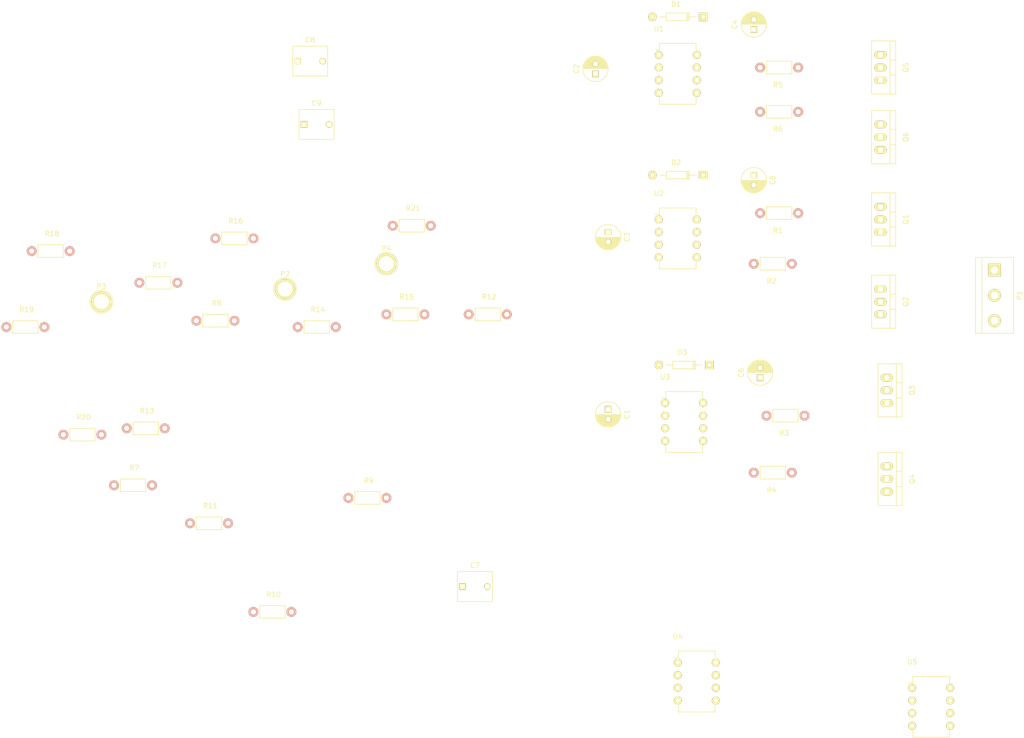
<source format=kicad_pcb>
(kicad_pcb (version 4) (host pcbnew 4.0.2+dfsg1-stable)

  (general
    (links 93)
    (no_connects 93)
    (area 0 0 0 0)
    (thickness 1.6)
    (drawings 0)
    (tracks 0)
    (zones 0)
    (modules 48)
    (nets 35)
  )

  (page A4)
  (layers
    (0 F.Cu signal)
    (31 B.Cu signal)
    (32 B.Adhes user)
    (33 F.Adhes user)
    (34 B.Paste user)
    (35 F.Paste user)
    (36 B.SilkS user)
    (37 F.SilkS user)
    (38 B.Mask user)
    (39 F.Mask user)
    (40 Dwgs.User user)
    (41 Cmts.User user)
    (42 Eco1.User user)
    (43 Eco2.User user)
    (44 Edge.Cuts user)
    (45 Margin user)
    (46 B.CrtYd user)
    (47 F.CrtYd user)
    (48 B.Fab user)
    (49 F.Fab user)
  )

  (setup
    (last_trace_width 0.25)
    (trace_clearance 0.2)
    (zone_clearance 0.508)
    (zone_45_only no)
    (trace_min 0.2)
    (segment_width 0.2)
    (edge_width 0.15)
    (via_size 0.6)
    (via_drill 0.4)
    (via_min_size 0.4)
    (via_min_drill 0.3)
    (uvia_size 0.3)
    (uvia_drill 0.1)
    (uvias_allowed no)
    (uvia_min_size 0.2)
    (uvia_min_drill 0.1)
    (pcb_text_width 0.3)
    (pcb_text_size 1.5 1.5)
    (mod_edge_width 0.15)
    (mod_text_size 1 1)
    (mod_text_width 0.15)
    (pad_size 1.524 1.524)
    (pad_drill 0.762)
    (pad_to_mask_clearance 0.2)
    (aux_axis_origin 0 0)
    (visible_elements FFFFFF7F)
    (pcbplotparams
      (layerselection 0x00030_80000001)
      (usegerberextensions false)
      (excludeedgelayer true)
      (linewidth 0.100000)
      (plotframeref false)
      (viasonmask false)
      (mode 1)
      (useauxorigin false)
      (hpglpennumber 1)
      (hpglpenspeed 20)
      (hpglpendiameter 15)
      (hpglpenoverlay 2)
      (psnegative false)
      (psa4output false)
      (plotreference true)
      (plotvalue true)
      (plotinvisibletext false)
      (padsonsilk false)
      (subtractmaskfromsilk false)
      (outputformat 1)
      (mirror false)
      (drillshape 1)
      (scaleselection 1)
      (outputdirectory ""))
  )

  (net 0 "")
  (net 1 +12C)
  (net 2 GND)
  (net 3 "Net-(C4-Pad1)")
  (net 4 "Net-(C4-Pad2)")
  (net 5 "Net-(C5-Pad1)")
  (net 6 "Net-(C5-Pad2)")
  (net 7 "Net-(C6-Pad1)")
  (net 8 "Net-(C6-Pad2)")
  (net 9 "Net-(C7-Pad2)")
  (net 10 "Net-(C8-Pad2)")
  (net 11 "Net-(C9-Pad2)")
  (net 12 "Net-(P2-Pad1)")
  (net 13 "Net-(P3-Pad1)")
  (net 14 "Net-(P4-Pad1)")
  (net 15 "Net-(Q1-Pad2)")
  (net 16 "Net-(Q2-Pad2)")
  (net 17 "Net-(Q3-Pad2)")
  (net 18 "Net-(Q4-Pad2)")
  (net 19 "Net-(Q5-Pad2)")
  (net 20 "Net-(Q6-Pad2)")
  (net 21 "Net-(R2-Pad2)")
  (net 22 "Net-(R4-Pad2)")
  (net 23 "Net-(R6-Pad2)")
  (net 24 "Net-(R13-Pad2)")
  (net 25 +3V3)
  (net 26 "Net-(U1-Pad2)")
  (net 27 "Net-(U1-Pad3)")
  (net 28 "Net-(U2-Pad2)")
  (net 29 "Net-(U2-Pad3)")
  (net 30 "Net-(U3-Pad2)")
  (net 31 "Net-(U3-Pad3)")
  (net 32 "Net-(R1-Pad2)")
  (net 33 "Net-(R3-Pad2)")
  (net 34 "Net-(R5-Pad2)")

  (net_class Default "This is the default net class."
    (clearance 0.2)
    (trace_width 0.25)
    (via_dia 0.6)
    (via_drill 0.4)
    (uvia_dia 0.3)
    (uvia_drill 0.1)
    (add_net +12C)
    (add_net +3V3)
    (add_net GND)
    (add_net "Net-(C4-Pad1)")
    (add_net "Net-(C4-Pad2)")
    (add_net "Net-(C5-Pad1)")
    (add_net "Net-(C5-Pad2)")
    (add_net "Net-(C6-Pad1)")
    (add_net "Net-(C6-Pad2)")
    (add_net "Net-(C7-Pad2)")
    (add_net "Net-(C8-Pad2)")
    (add_net "Net-(C9-Pad2)")
    (add_net "Net-(P2-Pad1)")
    (add_net "Net-(P3-Pad1)")
    (add_net "Net-(P4-Pad1)")
    (add_net "Net-(Q1-Pad2)")
    (add_net "Net-(Q2-Pad2)")
    (add_net "Net-(Q3-Pad2)")
    (add_net "Net-(Q4-Pad2)")
    (add_net "Net-(Q5-Pad2)")
    (add_net "Net-(Q6-Pad2)")
    (add_net "Net-(R1-Pad2)")
    (add_net "Net-(R13-Pad2)")
    (add_net "Net-(R2-Pad2)")
    (add_net "Net-(R3-Pad2)")
    (add_net "Net-(R4-Pad2)")
    (add_net "Net-(R5-Pad2)")
    (add_net "Net-(R6-Pad2)")
    (add_net "Net-(U1-Pad2)")
    (add_net "Net-(U1-Pad3)")
    (add_net "Net-(U2-Pad2)")
    (add_net "Net-(U2-Pad3)")
    (add_net "Net-(U3-Pad2)")
    (add_net "Net-(U3-Pad3)")
  )

  (module Capacitors_ThroughHole:C_Radial_D5_L11_P2 (layer F.Cu) (tedit 0) (tstamp 5B1FAA5E)
    (at 203.2 93.98 270)
    (descr "Radial Electrolytic Capacitor 5mm x Length 11mm, Pitch 2mm")
    (tags "Electrolytic Capacitor")
    (path /5B1EF13C)
    (fp_text reference C1 (at 1 -3.8 270) (layer F.SilkS)
      (effects (font (size 1 1) (thickness 0.15)))
    )
    (fp_text value C (at 1 3.8 270) (layer F.Fab)
      (effects (font (size 1 1) (thickness 0.15)))
    )
    (fp_line (start 1.075 -2.499) (end 1.075 2.499) (layer F.SilkS) (width 0.15))
    (fp_line (start 1.215 -2.491) (end 1.215 -0.154) (layer F.SilkS) (width 0.15))
    (fp_line (start 1.215 0.154) (end 1.215 2.491) (layer F.SilkS) (width 0.15))
    (fp_line (start 1.355 -2.475) (end 1.355 -0.473) (layer F.SilkS) (width 0.15))
    (fp_line (start 1.355 0.473) (end 1.355 2.475) (layer F.SilkS) (width 0.15))
    (fp_line (start 1.495 -2.451) (end 1.495 -0.62) (layer F.SilkS) (width 0.15))
    (fp_line (start 1.495 0.62) (end 1.495 2.451) (layer F.SilkS) (width 0.15))
    (fp_line (start 1.635 -2.418) (end 1.635 -0.712) (layer F.SilkS) (width 0.15))
    (fp_line (start 1.635 0.712) (end 1.635 2.418) (layer F.SilkS) (width 0.15))
    (fp_line (start 1.775 -2.377) (end 1.775 -0.768) (layer F.SilkS) (width 0.15))
    (fp_line (start 1.775 0.768) (end 1.775 2.377) (layer F.SilkS) (width 0.15))
    (fp_line (start 1.915 -2.327) (end 1.915 -0.795) (layer F.SilkS) (width 0.15))
    (fp_line (start 1.915 0.795) (end 1.915 2.327) (layer F.SilkS) (width 0.15))
    (fp_line (start 2.055 -2.266) (end 2.055 -0.798) (layer F.SilkS) (width 0.15))
    (fp_line (start 2.055 0.798) (end 2.055 2.266) (layer F.SilkS) (width 0.15))
    (fp_line (start 2.195 -2.196) (end 2.195 -0.776) (layer F.SilkS) (width 0.15))
    (fp_line (start 2.195 0.776) (end 2.195 2.196) (layer F.SilkS) (width 0.15))
    (fp_line (start 2.335 -2.114) (end 2.335 -0.726) (layer F.SilkS) (width 0.15))
    (fp_line (start 2.335 0.726) (end 2.335 2.114) (layer F.SilkS) (width 0.15))
    (fp_line (start 2.475 -2.019) (end 2.475 -0.644) (layer F.SilkS) (width 0.15))
    (fp_line (start 2.475 0.644) (end 2.475 2.019) (layer F.SilkS) (width 0.15))
    (fp_line (start 2.615 -1.908) (end 2.615 -0.512) (layer F.SilkS) (width 0.15))
    (fp_line (start 2.615 0.512) (end 2.615 1.908) (layer F.SilkS) (width 0.15))
    (fp_line (start 2.755 -1.78) (end 2.755 -0.265) (layer F.SilkS) (width 0.15))
    (fp_line (start 2.755 0.265) (end 2.755 1.78) (layer F.SilkS) (width 0.15))
    (fp_line (start 2.895 -1.631) (end 2.895 1.631) (layer F.SilkS) (width 0.15))
    (fp_line (start 3.035 -1.452) (end 3.035 1.452) (layer F.SilkS) (width 0.15))
    (fp_line (start 3.175 -1.233) (end 3.175 1.233) (layer F.SilkS) (width 0.15))
    (fp_line (start 3.315 -0.944) (end 3.315 0.944) (layer F.SilkS) (width 0.15))
    (fp_line (start 3.455 -0.472) (end 3.455 0.472) (layer F.SilkS) (width 0.15))
    (fp_circle (center 2 0) (end 2 -0.8) (layer F.SilkS) (width 0.15))
    (fp_circle (center 1 0) (end 1 -2.5375) (layer F.SilkS) (width 0.15))
    (fp_circle (center 1 0) (end 1 -2.8) (layer F.CrtYd) (width 0.05))
    (pad 1 thru_hole rect (at 0 0 270) (size 1.3 1.3) (drill 0.8) (layers *.Cu *.Mask F.SilkS)
      (net 1 +12C))
    (pad 2 thru_hole circle (at 2 0 270) (size 1.3 1.3) (drill 0.8) (layers *.Cu *.Mask F.SilkS)
      (net 2 GND))
    (model Capacitors_ThroughHole.3dshapes/C_Radial_D5_L11_P2.wrl
      (at (xyz 0 0 0))
      (scale (xyz 1 1 1))
      (rotate (xyz 0 0 0))
    )
  )

  (module Capacitors_ThroughHole:C_Radial_D5_L11_P2 (layer F.Cu) (tedit 0) (tstamp 5B1FAA85)
    (at 200.66 26.67 90)
    (descr "Radial Electrolytic Capacitor 5mm x Length 11mm, Pitch 2mm")
    (tags "Electrolytic Capacitor")
    (path /5B1EE953)
    (fp_text reference C2 (at 1 -3.8 90) (layer F.SilkS)
      (effects (font (size 1 1) (thickness 0.15)))
    )
    (fp_text value C (at 1 3.8 90) (layer F.Fab)
      (effects (font (size 1 1) (thickness 0.15)))
    )
    (fp_line (start 1.075 -2.499) (end 1.075 2.499) (layer F.SilkS) (width 0.15))
    (fp_line (start 1.215 -2.491) (end 1.215 -0.154) (layer F.SilkS) (width 0.15))
    (fp_line (start 1.215 0.154) (end 1.215 2.491) (layer F.SilkS) (width 0.15))
    (fp_line (start 1.355 -2.475) (end 1.355 -0.473) (layer F.SilkS) (width 0.15))
    (fp_line (start 1.355 0.473) (end 1.355 2.475) (layer F.SilkS) (width 0.15))
    (fp_line (start 1.495 -2.451) (end 1.495 -0.62) (layer F.SilkS) (width 0.15))
    (fp_line (start 1.495 0.62) (end 1.495 2.451) (layer F.SilkS) (width 0.15))
    (fp_line (start 1.635 -2.418) (end 1.635 -0.712) (layer F.SilkS) (width 0.15))
    (fp_line (start 1.635 0.712) (end 1.635 2.418) (layer F.SilkS) (width 0.15))
    (fp_line (start 1.775 -2.377) (end 1.775 -0.768) (layer F.SilkS) (width 0.15))
    (fp_line (start 1.775 0.768) (end 1.775 2.377) (layer F.SilkS) (width 0.15))
    (fp_line (start 1.915 -2.327) (end 1.915 -0.795) (layer F.SilkS) (width 0.15))
    (fp_line (start 1.915 0.795) (end 1.915 2.327) (layer F.SilkS) (width 0.15))
    (fp_line (start 2.055 -2.266) (end 2.055 -0.798) (layer F.SilkS) (width 0.15))
    (fp_line (start 2.055 0.798) (end 2.055 2.266) (layer F.SilkS) (width 0.15))
    (fp_line (start 2.195 -2.196) (end 2.195 -0.776) (layer F.SilkS) (width 0.15))
    (fp_line (start 2.195 0.776) (end 2.195 2.196) (layer F.SilkS) (width 0.15))
    (fp_line (start 2.335 -2.114) (end 2.335 -0.726) (layer F.SilkS) (width 0.15))
    (fp_line (start 2.335 0.726) (end 2.335 2.114) (layer F.SilkS) (width 0.15))
    (fp_line (start 2.475 -2.019) (end 2.475 -0.644) (layer F.SilkS) (width 0.15))
    (fp_line (start 2.475 0.644) (end 2.475 2.019) (layer F.SilkS) (width 0.15))
    (fp_line (start 2.615 -1.908) (end 2.615 -0.512) (layer F.SilkS) (width 0.15))
    (fp_line (start 2.615 0.512) (end 2.615 1.908) (layer F.SilkS) (width 0.15))
    (fp_line (start 2.755 -1.78) (end 2.755 -0.265) (layer F.SilkS) (width 0.15))
    (fp_line (start 2.755 0.265) (end 2.755 1.78) (layer F.SilkS) (width 0.15))
    (fp_line (start 2.895 -1.631) (end 2.895 1.631) (layer F.SilkS) (width 0.15))
    (fp_line (start 3.035 -1.452) (end 3.035 1.452) (layer F.SilkS) (width 0.15))
    (fp_line (start 3.175 -1.233) (end 3.175 1.233) (layer F.SilkS) (width 0.15))
    (fp_line (start 3.315 -0.944) (end 3.315 0.944) (layer F.SilkS) (width 0.15))
    (fp_line (start 3.455 -0.472) (end 3.455 0.472) (layer F.SilkS) (width 0.15))
    (fp_circle (center 2 0) (end 2 -0.8) (layer F.SilkS) (width 0.15))
    (fp_circle (center 1 0) (end 1 -2.5375) (layer F.SilkS) (width 0.15))
    (fp_circle (center 1 0) (end 1 -2.8) (layer F.CrtYd) (width 0.05))
    (pad 1 thru_hole rect (at 0 0 90) (size 1.3 1.3) (drill 0.8) (layers *.Cu *.Mask F.SilkS)
      (net 2 GND))
    (pad 2 thru_hole circle (at 2 0 90) (size 1.3 1.3) (drill 0.8) (layers *.Cu *.Mask F.SilkS)
      (net 1 +12C))
    (model Capacitors_ThroughHole.3dshapes/C_Radial_D5_L11_P2.wrl
      (at (xyz 0 0 0))
      (scale (xyz 1 1 1))
      (rotate (xyz 0 0 0))
    )
  )

  (module Capacitors_ThroughHole:C_Radial_D5_L11_P2 (layer F.Cu) (tedit 0) (tstamp 5B1FAAAC)
    (at 203.2 58.42 270)
    (descr "Radial Electrolytic Capacitor 5mm x Length 11mm, Pitch 2mm")
    (tags "Electrolytic Capacitor")
    (path /5B1EE3EC)
    (fp_text reference C3 (at 1 -3.8 270) (layer F.SilkS)
      (effects (font (size 1 1) (thickness 0.15)))
    )
    (fp_text value C (at 1 3.8 270) (layer F.Fab)
      (effects (font (size 1 1) (thickness 0.15)))
    )
    (fp_line (start 1.075 -2.499) (end 1.075 2.499) (layer F.SilkS) (width 0.15))
    (fp_line (start 1.215 -2.491) (end 1.215 -0.154) (layer F.SilkS) (width 0.15))
    (fp_line (start 1.215 0.154) (end 1.215 2.491) (layer F.SilkS) (width 0.15))
    (fp_line (start 1.355 -2.475) (end 1.355 -0.473) (layer F.SilkS) (width 0.15))
    (fp_line (start 1.355 0.473) (end 1.355 2.475) (layer F.SilkS) (width 0.15))
    (fp_line (start 1.495 -2.451) (end 1.495 -0.62) (layer F.SilkS) (width 0.15))
    (fp_line (start 1.495 0.62) (end 1.495 2.451) (layer F.SilkS) (width 0.15))
    (fp_line (start 1.635 -2.418) (end 1.635 -0.712) (layer F.SilkS) (width 0.15))
    (fp_line (start 1.635 0.712) (end 1.635 2.418) (layer F.SilkS) (width 0.15))
    (fp_line (start 1.775 -2.377) (end 1.775 -0.768) (layer F.SilkS) (width 0.15))
    (fp_line (start 1.775 0.768) (end 1.775 2.377) (layer F.SilkS) (width 0.15))
    (fp_line (start 1.915 -2.327) (end 1.915 -0.795) (layer F.SilkS) (width 0.15))
    (fp_line (start 1.915 0.795) (end 1.915 2.327) (layer F.SilkS) (width 0.15))
    (fp_line (start 2.055 -2.266) (end 2.055 -0.798) (layer F.SilkS) (width 0.15))
    (fp_line (start 2.055 0.798) (end 2.055 2.266) (layer F.SilkS) (width 0.15))
    (fp_line (start 2.195 -2.196) (end 2.195 -0.776) (layer F.SilkS) (width 0.15))
    (fp_line (start 2.195 0.776) (end 2.195 2.196) (layer F.SilkS) (width 0.15))
    (fp_line (start 2.335 -2.114) (end 2.335 -0.726) (layer F.SilkS) (width 0.15))
    (fp_line (start 2.335 0.726) (end 2.335 2.114) (layer F.SilkS) (width 0.15))
    (fp_line (start 2.475 -2.019) (end 2.475 -0.644) (layer F.SilkS) (width 0.15))
    (fp_line (start 2.475 0.644) (end 2.475 2.019) (layer F.SilkS) (width 0.15))
    (fp_line (start 2.615 -1.908) (end 2.615 -0.512) (layer F.SilkS) (width 0.15))
    (fp_line (start 2.615 0.512) (end 2.615 1.908) (layer F.SilkS) (width 0.15))
    (fp_line (start 2.755 -1.78) (end 2.755 -0.265) (layer F.SilkS) (width 0.15))
    (fp_line (start 2.755 0.265) (end 2.755 1.78) (layer F.SilkS) (width 0.15))
    (fp_line (start 2.895 -1.631) (end 2.895 1.631) (layer F.SilkS) (width 0.15))
    (fp_line (start 3.035 -1.452) (end 3.035 1.452) (layer F.SilkS) (width 0.15))
    (fp_line (start 3.175 -1.233) (end 3.175 1.233) (layer F.SilkS) (width 0.15))
    (fp_line (start 3.315 -0.944) (end 3.315 0.944) (layer F.SilkS) (width 0.15))
    (fp_line (start 3.455 -0.472) (end 3.455 0.472) (layer F.SilkS) (width 0.15))
    (fp_circle (center 2 0) (end 2 -0.8) (layer F.SilkS) (width 0.15))
    (fp_circle (center 1 0) (end 1 -2.5375) (layer F.SilkS) (width 0.15))
    (fp_circle (center 1 0) (end 1 -2.8) (layer F.CrtYd) (width 0.05))
    (pad 1 thru_hole rect (at 0 0 270) (size 1.3 1.3) (drill 0.8) (layers *.Cu *.Mask F.SilkS)
      (net 1 +12C))
    (pad 2 thru_hole circle (at 2 0 270) (size 1.3 1.3) (drill 0.8) (layers *.Cu *.Mask F.SilkS)
      (net 2 GND))
    (model Capacitors_ThroughHole.3dshapes/C_Radial_D5_L11_P2.wrl
      (at (xyz 0 0 0))
      (scale (xyz 1 1 1))
      (rotate (xyz 0 0 0))
    )
  )

  (module Capacitors_ThroughHole:C_Radial_D5_L11_P2 (layer F.Cu) (tedit 0) (tstamp 5B1FAAD3)
    (at 232.41 17.78 90)
    (descr "Radial Electrolytic Capacitor 5mm x Length 11mm, Pitch 2mm")
    (tags "Electrolytic Capacitor")
    (path /5B1E8A90)
    (fp_text reference C4 (at 1 -3.8 90) (layer F.SilkS)
      (effects (font (size 1 1) (thickness 0.15)))
    )
    (fp_text value C (at 1 3.8 90) (layer F.Fab)
      (effects (font (size 1 1) (thickness 0.15)))
    )
    (fp_line (start 1.075 -2.499) (end 1.075 2.499) (layer F.SilkS) (width 0.15))
    (fp_line (start 1.215 -2.491) (end 1.215 -0.154) (layer F.SilkS) (width 0.15))
    (fp_line (start 1.215 0.154) (end 1.215 2.491) (layer F.SilkS) (width 0.15))
    (fp_line (start 1.355 -2.475) (end 1.355 -0.473) (layer F.SilkS) (width 0.15))
    (fp_line (start 1.355 0.473) (end 1.355 2.475) (layer F.SilkS) (width 0.15))
    (fp_line (start 1.495 -2.451) (end 1.495 -0.62) (layer F.SilkS) (width 0.15))
    (fp_line (start 1.495 0.62) (end 1.495 2.451) (layer F.SilkS) (width 0.15))
    (fp_line (start 1.635 -2.418) (end 1.635 -0.712) (layer F.SilkS) (width 0.15))
    (fp_line (start 1.635 0.712) (end 1.635 2.418) (layer F.SilkS) (width 0.15))
    (fp_line (start 1.775 -2.377) (end 1.775 -0.768) (layer F.SilkS) (width 0.15))
    (fp_line (start 1.775 0.768) (end 1.775 2.377) (layer F.SilkS) (width 0.15))
    (fp_line (start 1.915 -2.327) (end 1.915 -0.795) (layer F.SilkS) (width 0.15))
    (fp_line (start 1.915 0.795) (end 1.915 2.327) (layer F.SilkS) (width 0.15))
    (fp_line (start 2.055 -2.266) (end 2.055 -0.798) (layer F.SilkS) (width 0.15))
    (fp_line (start 2.055 0.798) (end 2.055 2.266) (layer F.SilkS) (width 0.15))
    (fp_line (start 2.195 -2.196) (end 2.195 -0.776) (layer F.SilkS) (width 0.15))
    (fp_line (start 2.195 0.776) (end 2.195 2.196) (layer F.SilkS) (width 0.15))
    (fp_line (start 2.335 -2.114) (end 2.335 -0.726) (layer F.SilkS) (width 0.15))
    (fp_line (start 2.335 0.726) (end 2.335 2.114) (layer F.SilkS) (width 0.15))
    (fp_line (start 2.475 -2.019) (end 2.475 -0.644) (layer F.SilkS) (width 0.15))
    (fp_line (start 2.475 0.644) (end 2.475 2.019) (layer F.SilkS) (width 0.15))
    (fp_line (start 2.615 -1.908) (end 2.615 -0.512) (layer F.SilkS) (width 0.15))
    (fp_line (start 2.615 0.512) (end 2.615 1.908) (layer F.SilkS) (width 0.15))
    (fp_line (start 2.755 -1.78) (end 2.755 -0.265) (layer F.SilkS) (width 0.15))
    (fp_line (start 2.755 0.265) (end 2.755 1.78) (layer F.SilkS) (width 0.15))
    (fp_line (start 2.895 -1.631) (end 2.895 1.631) (layer F.SilkS) (width 0.15))
    (fp_line (start 3.035 -1.452) (end 3.035 1.452) (layer F.SilkS) (width 0.15))
    (fp_line (start 3.175 -1.233) (end 3.175 1.233) (layer F.SilkS) (width 0.15))
    (fp_line (start 3.315 -0.944) (end 3.315 0.944) (layer F.SilkS) (width 0.15))
    (fp_line (start 3.455 -0.472) (end 3.455 0.472) (layer F.SilkS) (width 0.15))
    (fp_circle (center 2 0) (end 2 -0.8) (layer F.SilkS) (width 0.15))
    (fp_circle (center 1 0) (end 1 -2.5375) (layer F.SilkS) (width 0.15))
    (fp_circle (center 1 0) (end 1 -2.8) (layer F.CrtYd) (width 0.05))
    (pad 1 thru_hole rect (at 0 0 90) (size 1.3 1.3) (drill 0.8) (layers *.Cu *.Mask F.SilkS)
      (net 3 "Net-(C4-Pad1)"))
    (pad 2 thru_hole circle (at 2 0 90) (size 1.3 1.3) (drill 0.8) (layers *.Cu *.Mask F.SilkS)
      (net 4 "Net-(C4-Pad2)"))
    (model Capacitors_ThroughHole.3dshapes/C_Radial_D5_L11_P2.wrl
      (at (xyz 0 0 0))
      (scale (xyz 1 1 1))
      (rotate (xyz 0 0 0))
    )
  )

  (module Capacitors_ThroughHole:C_Radial_D5_L11_P2 (layer F.Cu) (tedit 0) (tstamp 5B1FAAFA)
    (at 232.41 46.99 270)
    (descr "Radial Electrolytic Capacitor 5mm x Length 11mm, Pitch 2mm")
    (tags "Electrolytic Capacitor")
    (path /5B1E94AB)
    (fp_text reference C5 (at 1 -3.8 270) (layer F.SilkS)
      (effects (font (size 1 1) (thickness 0.15)))
    )
    (fp_text value C (at 1 3.8 270) (layer F.Fab)
      (effects (font (size 1 1) (thickness 0.15)))
    )
    (fp_line (start 1.075 -2.499) (end 1.075 2.499) (layer F.SilkS) (width 0.15))
    (fp_line (start 1.215 -2.491) (end 1.215 -0.154) (layer F.SilkS) (width 0.15))
    (fp_line (start 1.215 0.154) (end 1.215 2.491) (layer F.SilkS) (width 0.15))
    (fp_line (start 1.355 -2.475) (end 1.355 -0.473) (layer F.SilkS) (width 0.15))
    (fp_line (start 1.355 0.473) (end 1.355 2.475) (layer F.SilkS) (width 0.15))
    (fp_line (start 1.495 -2.451) (end 1.495 -0.62) (layer F.SilkS) (width 0.15))
    (fp_line (start 1.495 0.62) (end 1.495 2.451) (layer F.SilkS) (width 0.15))
    (fp_line (start 1.635 -2.418) (end 1.635 -0.712) (layer F.SilkS) (width 0.15))
    (fp_line (start 1.635 0.712) (end 1.635 2.418) (layer F.SilkS) (width 0.15))
    (fp_line (start 1.775 -2.377) (end 1.775 -0.768) (layer F.SilkS) (width 0.15))
    (fp_line (start 1.775 0.768) (end 1.775 2.377) (layer F.SilkS) (width 0.15))
    (fp_line (start 1.915 -2.327) (end 1.915 -0.795) (layer F.SilkS) (width 0.15))
    (fp_line (start 1.915 0.795) (end 1.915 2.327) (layer F.SilkS) (width 0.15))
    (fp_line (start 2.055 -2.266) (end 2.055 -0.798) (layer F.SilkS) (width 0.15))
    (fp_line (start 2.055 0.798) (end 2.055 2.266) (layer F.SilkS) (width 0.15))
    (fp_line (start 2.195 -2.196) (end 2.195 -0.776) (layer F.SilkS) (width 0.15))
    (fp_line (start 2.195 0.776) (end 2.195 2.196) (layer F.SilkS) (width 0.15))
    (fp_line (start 2.335 -2.114) (end 2.335 -0.726) (layer F.SilkS) (width 0.15))
    (fp_line (start 2.335 0.726) (end 2.335 2.114) (layer F.SilkS) (width 0.15))
    (fp_line (start 2.475 -2.019) (end 2.475 -0.644) (layer F.SilkS) (width 0.15))
    (fp_line (start 2.475 0.644) (end 2.475 2.019) (layer F.SilkS) (width 0.15))
    (fp_line (start 2.615 -1.908) (end 2.615 -0.512) (layer F.SilkS) (width 0.15))
    (fp_line (start 2.615 0.512) (end 2.615 1.908) (layer F.SilkS) (width 0.15))
    (fp_line (start 2.755 -1.78) (end 2.755 -0.265) (layer F.SilkS) (width 0.15))
    (fp_line (start 2.755 0.265) (end 2.755 1.78) (layer F.SilkS) (width 0.15))
    (fp_line (start 2.895 -1.631) (end 2.895 1.631) (layer F.SilkS) (width 0.15))
    (fp_line (start 3.035 -1.452) (end 3.035 1.452) (layer F.SilkS) (width 0.15))
    (fp_line (start 3.175 -1.233) (end 3.175 1.233) (layer F.SilkS) (width 0.15))
    (fp_line (start 3.315 -0.944) (end 3.315 0.944) (layer F.SilkS) (width 0.15))
    (fp_line (start 3.455 -0.472) (end 3.455 0.472) (layer F.SilkS) (width 0.15))
    (fp_circle (center 2 0) (end 2 -0.8) (layer F.SilkS) (width 0.15))
    (fp_circle (center 1 0) (end 1 -2.5375) (layer F.SilkS) (width 0.15))
    (fp_circle (center 1 0) (end 1 -2.8) (layer F.CrtYd) (width 0.05))
    (pad 1 thru_hole rect (at 0 0 270) (size 1.3 1.3) (drill 0.8) (layers *.Cu *.Mask F.SilkS)
      (net 5 "Net-(C5-Pad1)"))
    (pad 2 thru_hole circle (at 2 0 270) (size 1.3 1.3) (drill 0.8) (layers *.Cu *.Mask F.SilkS)
      (net 6 "Net-(C5-Pad2)"))
    (model Capacitors_ThroughHole.3dshapes/C_Radial_D5_L11_P2.wrl
      (at (xyz 0 0 0))
      (scale (xyz 1 1 1))
      (rotate (xyz 0 0 0))
    )
  )

  (module Capacitors_ThroughHole:C_Radial_D5_L11_P2 (layer F.Cu) (tedit 0) (tstamp 5B1FAB21)
    (at 233.68 87.63 90)
    (descr "Radial Electrolytic Capacitor 5mm x Length 11mm, Pitch 2mm")
    (tags "Electrolytic Capacitor")
    (path /5B1E9994)
    (fp_text reference C6 (at 1 -3.8 90) (layer F.SilkS)
      (effects (font (size 1 1) (thickness 0.15)))
    )
    (fp_text value C (at 1 3.8 90) (layer F.Fab)
      (effects (font (size 1 1) (thickness 0.15)))
    )
    (fp_line (start 1.075 -2.499) (end 1.075 2.499) (layer F.SilkS) (width 0.15))
    (fp_line (start 1.215 -2.491) (end 1.215 -0.154) (layer F.SilkS) (width 0.15))
    (fp_line (start 1.215 0.154) (end 1.215 2.491) (layer F.SilkS) (width 0.15))
    (fp_line (start 1.355 -2.475) (end 1.355 -0.473) (layer F.SilkS) (width 0.15))
    (fp_line (start 1.355 0.473) (end 1.355 2.475) (layer F.SilkS) (width 0.15))
    (fp_line (start 1.495 -2.451) (end 1.495 -0.62) (layer F.SilkS) (width 0.15))
    (fp_line (start 1.495 0.62) (end 1.495 2.451) (layer F.SilkS) (width 0.15))
    (fp_line (start 1.635 -2.418) (end 1.635 -0.712) (layer F.SilkS) (width 0.15))
    (fp_line (start 1.635 0.712) (end 1.635 2.418) (layer F.SilkS) (width 0.15))
    (fp_line (start 1.775 -2.377) (end 1.775 -0.768) (layer F.SilkS) (width 0.15))
    (fp_line (start 1.775 0.768) (end 1.775 2.377) (layer F.SilkS) (width 0.15))
    (fp_line (start 1.915 -2.327) (end 1.915 -0.795) (layer F.SilkS) (width 0.15))
    (fp_line (start 1.915 0.795) (end 1.915 2.327) (layer F.SilkS) (width 0.15))
    (fp_line (start 2.055 -2.266) (end 2.055 -0.798) (layer F.SilkS) (width 0.15))
    (fp_line (start 2.055 0.798) (end 2.055 2.266) (layer F.SilkS) (width 0.15))
    (fp_line (start 2.195 -2.196) (end 2.195 -0.776) (layer F.SilkS) (width 0.15))
    (fp_line (start 2.195 0.776) (end 2.195 2.196) (layer F.SilkS) (width 0.15))
    (fp_line (start 2.335 -2.114) (end 2.335 -0.726) (layer F.SilkS) (width 0.15))
    (fp_line (start 2.335 0.726) (end 2.335 2.114) (layer F.SilkS) (width 0.15))
    (fp_line (start 2.475 -2.019) (end 2.475 -0.644) (layer F.SilkS) (width 0.15))
    (fp_line (start 2.475 0.644) (end 2.475 2.019) (layer F.SilkS) (width 0.15))
    (fp_line (start 2.615 -1.908) (end 2.615 -0.512) (layer F.SilkS) (width 0.15))
    (fp_line (start 2.615 0.512) (end 2.615 1.908) (layer F.SilkS) (width 0.15))
    (fp_line (start 2.755 -1.78) (end 2.755 -0.265) (layer F.SilkS) (width 0.15))
    (fp_line (start 2.755 0.265) (end 2.755 1.78) (layer F.SilkS) (width 0.15))
    (fp_line (start 2.895 -1.631) (end 2.895 1.631) (layer F.SilkS) (width 0.15))
    (fp_line (start 3.035 -1.452) (end 3.035 1.452) (layer F.SilkS) (width 0.15))
    (fp_line (start 3.175 -1.233) (end 3.175 1.233) (layer F.SilkS) (width 0.15))
    (fp_line (start 3.315 -0.944) (end 3.315 0.944) (layer F.SilkS) (width 0.15))
    (fp_line (start 3.455 -0.472) (end 3.455 0.472) (layer F.SilkS) (width 0.15))
    (fp_circle (center 2 0) (end 2 -0.8) (layer F.SilkS) (width 0.15))
    (fp_circle (center 1 0) (end 1 -2.5375) (layer F.SilkS) (width 0.15))
    (fp_circle (center 1 0) (end 1 -2.8) (layer F.CrtYd) (width 0.05))
    (pad 1 thru_hole rect (at 0 0 90) (size 1.3 1.3) (drill 0.8) (layers *.Cu *.Mask F.SilkS)
      (net 7 "Net-(C6-Pad1)"))
    (pad 2 thru_hole circle (at 2 0 90) (size 1.3 1.3) (drill 0.8) (layers *.Cu *.Mask F.SilkS)
      (net 8 "Net-(C6-Pad2)"))
    (model Capacitors_ThroughHole.3dshapes/C_Radial_D5_L11_P2.wrl
      (at (xyz 0 0 0))
      (scale (xyz 1 1 1))
      (rotate (xyz 0 0 0))
    )
  )

  (module Capacitors_ThroughHole:C_Rect_L7_W6_P5 (layer F.Cu) (tedit 0) (tstamp 5B1FAB2F)
    (at 173.99 129.54)
    (descr "Film Capacitor Length 7mm x Width 6mm")
    (tags Capacitor)
    (path /5B202EAB)
    (fp_text reference C7 (at 2.5 -4.25) (layer F.SilkS)
      (effects (font (size 1 1) (thickness 0.15)))
    )
    (fp_text value C (at 2.5 4.25) (layer F.Fab)
      (effects (font (size 1 1) (thickness 0.15)))
    )
    (fp_line (start -1.25 -3.25) (end 6.25 -3.25) (layer F.CrtYd) (width 0.05))
    (fp_line (start 6.25 -3.25) (end 6.25 3.25) (layer F.CrtYd) (width 0.05))
    (fp_line (start 6.25 3.25) (end -1.25 3.25) (layer F.CrtYd) (width 0.05))
    (fp_line (start -1.25 3.25) (end -1.25 -3.25) (layer F.CrtYd) (width 0.05))
    (fp_line (start -1 -3) (end 6 -3) (layer F.SilkS) (width 0.15))
    (fp_line (start 6 -3) (end 6 3) (layer F.SilkS) (width 0.15))
    (fp_line (start 6 3) (end -1 3) (layer F.SilkS) (width 0.15))
    (fp_line (start -1 3) (end -1 -3) (layer F.SilkS) (width 0.15))
    (pad 1 thru_hole rect (at 0 0) (size 1.3 1.3) (drill 0.8) (layers *.Cu *.Mask F.SilkS)
      (net 2 GND))
    (pad 2 thru_hole circle (at 5 0) (size 1.3 1.3) (drill 0.8) (layers *.Cu *.Mask F.SilkS)
      (net 9 "Net-(C7-Pad2)"))
    (model Capacitors_ThroughHole.3dshapes/C_Rect_L7_W6_P5.wrl
      (at (xyz 0.098425 0 0))
      (scale (xyz 1 1 1))
      (rotate (xyz 0 0 0))
    )
  )

  (module Capacitors_ThroughHole:C_Rect_L7_W6_P5 (layer F.Cu) (tedit 0) (tstamp 5B1FAB3D)
    (at 140.97 24.13)
    (descr "Film Capacitor Length 7mm x Width 6mm")
    (tags Capacitor)
    (path /5B202E30)
    (fp_text reference C8 (at 2.5 -4.25) (layer F.SilkS)
      (effects (font (size 1 1) (thickness 0.15)))
    )
    (fp_text value C (at 2.5 4.25) (layer F.Fab)
      (effects (font (size 1 1) (thickness 0.15)))
    )
    (fp_line (start -1.25 -3.25) (end 6.25 -3.25) (layer F.CrtYd) (width 0.05))
    (fp_line (start 6.25 -3.25) (end 6.25 3.25) (layer F.CrtYd) (width 0.05))
    (fp_line (start 6.25 3.25) (end -1.25 3.25) (layer F.CrtYd) (width 0.05))
    (fp_line (start -1.25 3.25) (end -1.25 -3.25) (layer F.CrtYd) (width 0.05))
    (fp_line (start -1 -3) (end 6 -3) (layer F.SilkS) (width 0.15))
    (fp_line (start 6 -3) (end 6 3) (layer F.SilkS) (width 0.15))
    (fp_line (start 6 3) (end -1 3) (layer F.SilkS) (width 0.15))
    (fp_line (start -1 3) (end -1 -3) (layer F.SilkS) (width 0.15))
    (pad 1 thru_hole rect (at 0 0) (size 1.3 1.3) (drill 0.8) (layers *.Cu *.Mask F.SilkS)
      (net 2 GND))
    (pad 2 thru_hole circle (at 5 0) (size 1.3 1.3) (drill 0.8) (layers *.Cu *.Mask F.SilkS)
      (net 10 "Net-(C8-Pad2)"))
    (model Capacitors_ThroughHole.3dshapes/C_Rect_L7_W6_P5.wrl
      (at (xyz 0.098425 0 0))
      (scale (xyz 1 1 1))
      (rotate (xyz 0 0 0))
    )
  )

  (module Capacitors_ThroughHole:C_Rect_L7_W6_P5 (layer F.Cu) (tedit 0) (tstamp 5B1FAB4B)
    (at 142.24 36.83)
    (descr "Film Capacitor Length 7mm x Width 6mm")
    (tags Capacitor)
    (path /5B20261F)
    (fp_text reference C9 (at 2.5 -4.25) (layer F.SilkS)
      (effects (font (size 1 1) (thickness 0.15)))
    )
    (fp_text value C (at 2.5 4.25) (layer F.Fab)
      (effects (font (size 1 1) (thickness 0.15)))
    )
    (fp_line (start -1.25 -3.25) (end 6.25 -3.25) (layer F.CrtYd) (width 0.05))
    (fp_line (start 6.25 -3.25) (end 6.25 3.25) (layer F.CrtYd) (width 0.05))
    (fp_line (start 6.25 3.25) (end -1.25 3.25) (layer F.CrtYd) (width 0.05))
    (fp_line (start -1.25 3.25) (end -1.25 -3.25) (layer F.CrtYd) (width 0.05))
    (fp_line (start -1 -3) (end 6 -3) (layer F.SilkS) (width 0.15))
    (fp_line (start 6 -3) (end 6 3) (layer F.SilkS) (width 0.15))
    (fp_line (start 6 3) (end -1 3) (layer F.SilkS) (width 0.15))
    (fp_line (start -1 3) (end -1 -3) (layer F.SilkS) (width 0.15))
    (pad 1 thru_hole rect (at 0 0) (size 1.3 1.3) (drill 0.8) (layers *.Cu *.Mask F.SilkS)
      (net 2 GND))
    (pad 2 thru_hole circle (at 5 0) (size 1.3 1.3) (drill 0.8) (layers *.Cu *.Mask F.SilkS)
      (net 11 "Net-(C9-Pad2)"))
    (model Capacitors_ThroughHole.3dshapes/C_Rect_L7_W6_P5.wrl
      (at (xyz 0.098425 0 0))
      (scale (xyz 1 1 1))
      (rotate (xyz 0 0 0))
    )
  )

  (module Diodes_ThroughHole:Diode_DO-35_SOD27_Horizontal_RM10 (layer F.Cu) (tedit 552FFC30) (tstamp 5B1FAB5A)
    (at 222.25 15.24 180)
    (descr "Diode, DO-35,  SOD27, Horizontal, RM 10mm")
    (tags "Diode, DO-35, SOD27, Horizontal, RM 10mm, 1N4148,")
    (path /5B1E57EE)
    (fp_text reference D1 (at 5.43052 2.53746 180) (layer F.SilkS)
      (effects (font (size 1 1) (thickness 0.15)))
    )
    (fp_text value D (at 4.41452 -3.55854 180) (layer F.Fab)
      (effects (font (size 1 1) (thickness 0.15)))
    )
    (fp_line (start 7.36652 -0.00254) (end 8.76352 -0.00254) (layer F.SilkS) (width 0.15))
    (fp_line (start 2.92152 -0.00254) (end 1.39752 -0.00254) (layer F.SilkS) (width 0.15))
    (fp_line (start 3.30252 -0.76454) (end 3.30252 0.75946) (layer F.SilkS) (width 0.15))
    (fp_line (start 3.04852 -0.76454) (end 3.04852 0.75946) (layer F.SilkS) (width 0.15))
    (fp_line (start 2.79452 -0.00254) (end 2.79452 0.75946) (layer F.SilkS) (width 0.15))
    (fp_line (start 2.79452 0.75946) (end 7.36652 0.75946) (layer F.SilkS) (width 0.15))
    (fp_line (start 7.36652 0.75946) (end 7.36652 -0.76454) (layer F.SilkS) (width 0.15))
    (fp_line (start 7.36652 -0.76454) (end 2.79452 -0.76454) (layer F.SilkS) (width 0.15))
    (fp_line (start 2.79452 -0.76454) (end 2.79452 -0.00254) (layer F.SilkS) (width 0.15))
    (pad 2 thru_hole circle (at 10.16052 -0.00254) (size 1.69926 1.69926) (drill 0.70104) (layers *.Cu *.Mask F.SilkS)
      (net 1 +12C))
    (pad 1 thru_hole rect (at 0.00052 -0.00254) (size 1.69926 1.69926) (drill 0.70104) (layers *.Cu *.Mask F.SilkS)
      (net 4 "Net-(C4-Pad2)"))
    (model Diodes_ThroughHole.3dshapes/Diode_DO-35_SOD27_Horizontal_RM10.wrl
      (at (xyz 0.2 0 0))
      (scale (xyz 0.4 0.4 0.4))
      (rotate (xyz 0 0 180))
    )
  )

  (module Diodes_ThroughHole:Diode_DO-35_SOD27_Horizontal_RM10 (layer F.Cu) (tedit 552FFC30) (tstamp 5B1FAB69)
    (at 222.25 46.99 180)
    (descr "Diode, DO-35,  SOD27, Horizontal, RM 10mm")
    (tags "Diode, DO-35, SOD27, Horizontal, RM 10mm, 1N4148,")
    (path /5B1E58D9)
    (fp_text reference D2 (at 5.43052 2.53746 180) (layer F.SilkS)
      (effects (font (size 1 1) (thickness 0.15)))
    )
    (fp_text value D (at 4.41452 -3.55854 180) (layer F.Fab)
      (effects (font (size 1 1) (thickness 0.15)))
    )
    (fp_line (start 7.36652 -0.00254) (end 8.76352 -0.00254) (layer F.SilkS) (width 0.15))
    (fp_line (start 2.92152 -0.00254) (end 1.39752 -0.00254) (layer F.SilkS) (width 0.15))
    (fp_line (start 3.30252 -0.76454) (end 3.30252 0.75946) (layer F.SilkS) (width 0.15))
    (fp_line (start 3.04852 -0.76454) (end 3.04852 0.75946) (layer F.SilkS) (width 0.15))
    (fp_line (start 2.79452 -0.00254) (end 2.79452 0.75946) (layer F.SilkS) (width 0.15))
    (fp_line (start 2.79452 0.75946) (end 7.36652 0.75946) (layer F.SilkS) (width 0.15))
    (fp_line (start 7.36652 0.75946) (end 7.36652 -0.76454) (layer F.SilkS) (width 0.15))
    (fp_line (start 7.36652 -0.76454) (end 2.79452 -0.76454) (layer F.SilkS) (width 0.15))
    (fp_line (start 2.79452 -0.76454) (end 2.79452 -0.00254) (layer F.SilkS) (width 0.15))
    (pad 2 thru_hole circle (at 10.16052 -0.00254) (size 1.69926 1.69926) (drill 0.70104) (layers *.Cu *.Mask F.SilkS)
      (net 1 +12C))
    (pad 1 thru_hole rect (at 0.00052 -0.00254) (size 1.69926 1.69926) (drill 0.70104) (layers *.Cu *.Mask F.SilkS)
      (net 5 "Net-(C5-Pad1)"))
    (model Diodes_ThroughHole.3dshapes/Diode_DO-35_SOD27_Horizontal_RM10.wrl
      (at (xyz 0.2 0 0))
      (scale (xyz 0.4 0.4 0.4))
      (rotate (xyz 0 0 180))
    )
  )

  (module Diodes_ThroughHole:Diode_DO-35_SOD27_Horizontal_RM10 (layer F.Cu) (tedit 552FFC30) (tstamp 5B1FAB78)
    (at 223.52 85.09 180)
    (descr "Diode, DO-35,  SOD27, Horizontal, RM 10mm")
    (tags "Diode, DO-35, SOD27, Horizontal, RM 10mm, 1N4148,")
    (path /5B1E5DE6)
    (fp_text reference D3 (at 5.43052 2.53746 180) (layer F.SilkS)
      (effects (font (size 1 1) (thickness 0.15)))
    )
    (fp_text value D (at 4.41452 -3.55854 180) (layer F.Fab)
      (effects (font (size 1 1) (thickness 0.15)))
    )
    (fp_line (start 7.36652 -0.00254) (end 8.76352 -0.00254) (layer F.SilkS) (width 0.15))
    (fp_line (start 2.92152 -0.00254) (end 1.39752 -0.00254) (layer F.SilkS) (width 0.15))
    (fp_line (start 3.30252 -0.76454) (end 3.30252 0.75946) (layer F.SilkS) (width 0.15))
    (fp_line (start 3.04852 -0.76454) (end 3.04852 0.75946) (layer F.SilkS) (width 0.15))
    (fp_line (start 2.79452 -0.00254) (end 2.79452 0.75946) (layer F.SilkS) (width 0.15))
    (fp_line (start 2.79452 0.75946) (end 7.36652 0.75946) (layer F.SilkS) (width 0.15))
    (fp_line (start 7.36652 0.75946) (end 7.36652 -0.76454) (layer F.SilkS) (width 0.15))
    (fp_line (start 7.36652 -0.76454) (end 2.79452 -0.76454) (layer F.SilkS) (width 0.15))
    (fp_line (start 2.79452 -0.76454) (end 2.79452 -0.00254) (layer F.SilkS) (width 0.15))
    (pad 2 thru_hole circle (at 10.16052 -0.00254) (size 1.69926 1.69926) (drill 0.70104) (layers *.Cu *.Mask F.SilkS)
      (net 1 +12C))
    (pad 1 thru_hole rect (at 0.00052 -0.00254) (size 1.69926 1.69926) (drill 0.70104) (layers *.Cu *.Mask F.SilkS)
      (net 8 "Net-(C6-Pad2)"))
    (model Diodes_ThroughHole.3dshapes/Diode_DO-35_SOD27_Horizontal_RM10.wrl
      (at (xyz 0.2 0 0))
      (scale (xyz 0.4 0.4 0.4))
      (rotate (xyz 0 0 180))
    )
  )

  (module Connect:bornier3 (layer F.Cu) (tedit 0) (tstamp 5B1FAB84)
    (at 280.67 71.12 270)
    (descr "Bornier d'alimentation 3 pins")
    (tags DEV)
    (path /5B1E516D)
    (fp_text reference P1 (at 0 -5.08 270) (layer F.SilkS)
      (effects (font (size 1 1) (thickness 0.15)))
    )
    (fp_text value CONN_01X03 (at 0 5.08 270) (layer F.Fab)
      (effects (font (size 1 1) (thickness 0.15)))
    )
    (fp_line (start -7.62 3.81) (end -7.62 -3.81) (layer F.SilkS) (width 0.15))
    (fp_line (start 7.62 3.81) (end 7.62 -3.81) (layer F.SilkS) (width 0.15))
    (fp_line (start -7.62 2.54) (end 7.62 2.54) (layer F.SilkS) (width 0.15))
    (fp_line (start -7.62 -3.81) (end 7.62 -3.81) (layer F.SilkS) (width 0.15))
    (fp_line (start -7.62 3.81) (end 7.62 3.81) (layer F.SilkS) (width 0.15))
    (pad 1 thru_hole rect (at -5.08 0 270) (size 2.54 2.54) (drill 1.524) (layers *.Cu *.Mask F.SilkS)
      (net 3 "Net-(C4-Pad1)"))
    (pad 2 thru_hole circle (at 0 0 270) (size 2.54 2.54) (drill 1.524) (layers *.Cu *.Mask F.SilkS)
      (net 6 "Net-(C5-Pad2)"))
    (pad 3 thru_hole circle (at 5.08 0 270) (size 2.54 2.54) (drill 1.524) (layers *.Cu *.Mask F.SilkS)
      (net 7 "Net-(C6-Pad1)"))
    (model Connect.3dshapes/bornier3.wrl
      (at (xyz 0 0 0))
      (scale (xyz 1 1 1))
      (rotate (xyz 0 0 0))
    )
  )

  (module Connect:1pin (layer F.Cu) (tedit 0) (tstamp 5B1FAB8A)
    (at 138.43 69.85)
    (descr "module 1 pin (ou trou mecanique de percage)")
    (tags DEV)
    (path /5B1FE348)
    (fp_text reference P2 (at 0 -3.048) (layer F.SilkS)
      (effects (font (size 1 1) (thickness 0.15)))
    )
    (fp_text value CONN_01X01 (at 0 2.794) (layer F.Fab)
      (effects (font (size 1 1) (thickness 0.15)))
    )
    (fp_circle (center 0 0) (end 0 -2.286) (layer F.SilkS) (width 0.15))
    (pad 1 thru_hole circle (at 0 0) (size 4.064 4.064) (drill 3.048) (layers *.Cu *.Mask F.SilkS)
      (net 12 "Net-(P2-Pad1)"))
  )

  (module Connect:1pin (layer F.Cu) (tedit 0) (tstamp 5B1FAB90)
    (at 101.6 72.39)
    (descr "module 1 pin (ou trou mecanique de percage)")
    (tags DEV)
    (path /5B1FE3E9)
    (fp_text reference P3 (at 0 -3.048) (layer F.SilkS)
      (effects (font (size 1 1) (thickness 0.15)))
    )
    (fp_text value CONN_01X01 (at 0 2.794) (layer F.Fab)
      (effects (font (size 1 1) (thickness 0.15)))
    )
    (fp_circle (center 0 0) (end 0 -2.286) (layer F.SilkS) (width 0.15))
    (pad 1 thru_hole circle (at 0 0) (size 4.064 4.064) (drill 3.048) (layers *.Cu *.Mask F.SilkS)
      (net 13 "Net-(P3-Pad1)"))
  )

  (module Connect:1pin (layer F.Cu) (tedit 0) (tstamp 5B1FAB96)
    (at 158.75 64.77)
    (descr "module 1 pin (ou trou mecanique de percage)")
    (tags DEV)
    (path /5B1FE45C)
    (fp_text reference P4 (at 0 -3.048) (layer F.SilkS)
      (effects (font (size 1 1) (thickness 0.15)))
    )
    (fp_text value CONN_01X01 (at 0 2.794) (layer F.Fab)
      (effects (font (size 1 1) (thickness 0.15)))
    )
    (fp_circle (center 0 0) (end 0 -2.286) (layer F.SilkS) (width 0.15))
    (pad 1 thru_hole circle (at 0 0) (size 4.064 4.064) (drill 3.048) (layers *.Cu *.Mask F.SilkS)
      (net 14 "Net-(P4-Pad1)"))
  )

  (module TO_SOT_Packages_THT:TO-220_Neutral123_Vertical (layer F.Cu) (tedit 0) (tstamp 5B1FABA7)
    (at 257.81 55.88 270)
    (descr "TO-220, Neutral, Vertical,")
    (tags "TO-220, Neutral, Vertical,")
    (path /5B1AA3D6)
    (fp_text reference Q1 (at 0 -5.08 270) (layer F.SilkS)
      (effects (font (size 1 1) (thickness 0.15)))
    )
    (fp_text value Q_NMOS_DGS (at 0 3.81 270) (layer F.Fab)
      (effects (font (size 1 1) (thickness 0.15)))
    )
    (fp_line (start -1.524 -3.048) (end -1.524 -1.905) (layer F.SilkS) (width 0.15))
    (fp_line (start 1.524 -3.048) (end 1.524 -1.905) (layer F.SilkS) (width 0.15))
    (fp_line (start 5.334 -1.905) (end 5.334 1.778) (layer F.SilkS) (width 0.15))
    (fp_line (start 5.334 1.778) (end -5.334 1.778) (layer F.SilkS) (width 0.15))
    (fp_line (start -5.334 1.778) (end -5.334 -1.905) (layer F.SilkS) (width 0.15))
    (fp_line (start 5.334 -3.048) (end 5.334 -1.905) (layer F.SilkS) (width 0.15))
    (fp_line (start 5.334 -1.905) (end -5.334 -1.905) (layer F.SilkS) (width 0.15))
    (fp_line (start -5.334 -1.905) (end -5.334 -3.048) (layer F.SilkS) (width 0.15))
    (fp_line (start 0 -3.048) (end -5.334 -3.048) (layer F.SilkS) (width 0.15))
    (fp_line (start 0 -3.048) (end 5.334 -3.048) (layer F.SilkS) (width 0.15))
    (pad 2 thru_hole oval (at 0 0) (size 2.49936 1.50114) (drill 1.00076) (layers *.Cu *.Mask F.SilkS)
      (net 15 "Net-(Q1-Pad2)"))
    (pad 1 thru_hole oval (at -2.54 0) (size 2.49936 1.50114) (drill 1.00076) (layers *.Cu *.Mask F.SilkS)
      (net 1 +12C))
    (pad 3 thru_hole oval (at 2.54 0) (size 2.49936 1.50114) (drill 1.00076) (layers *.Cu *.Mask F.SilkS)
      (net 6 "Net-(C5-Pad2)"))
    (model TO_SOT_Packages_THT.3dshapes/TO-220_Neutral123_Vertical.wrl
      (at (xyz 0 0 0))
      (scale (xyz 0.3937 0.3937 0.3937))
      (rotate (xyz 0 0 0))
    )
  )

  (module TO_SOT_Packages_THT:TO-220_Neutral123_Vertical (layer F.Cu) (tedit 0) (tstamp 5B1FABB8)
    (at 257.81 72.39 270)
    (descr "TO-220, Neutral, Vertical,")
    (tags "TO-220, Neutral, Vertical,")
    (path /5B1AA42C)
    (fp_text reference Q2 (at 0 -5.08 270) (layer F.SilkS)
      (effects (font (size 1 1) (thickness 0.15)))
    )
    (fp_text value Q_NMOS_DGS (at 0 3.81 270) (layer F.Fab)
      (effects (font (size 1 1) (thickness 0.15)))
    )
    (fp_line (start -1.524 -3.048) (end -1.524 -1.905) (layer F.SilkS) (width 0.15))
    (fp_line (start 1.524 -3.048) (end 1.524 -1.905) (layer F.SilkS) (width 0.15))
    (fp_line (start 5.334 -1.905) (end 5.334 1.778) (layer F.SilkS) (width 0.15))
    (fp_line (start 5.334 1.778) (end -5.334 1.778) (layer F.SilkS) (width 0.15))
    (fp_line (start -5.334 1.778) (end -5.334 -1.905) (layer F.SilkS) (width 0.15))
    (fp_line (start 5.334 -3.048) (end 5.334 -1.905) (layer F.SilkS) (width 0.15))
    (fp_line (start 5.334 -1.905) (end -5.334 -1.905) (layer F.SilkS) (width 0.15))
    (fp_line (start -5.334 -1.905) (end -5.334 -3.048) (layer F.SilkS) (width 0.15))
    (fp_line (start 0 -3.048) (end -5.334 -3.048) (layer F.SilkS) (width 0.15))
    (fp_line (start 0 -3.048) (end 5.334 -3.048) (layer F.SilkS) (width 0.15))
    (pad 2 thru_hole oval (at 0 0) (size 2.49936 1.50114) (drill 1.00076) (layers *.Cu *.Mask F.SilkS)
      (net 16 "Net-(Q2-Pad2)"))
    (pad 1 thru_hole oval (at -2.54 0) (size 2.49936 1.50114) (drill 1.00076) (layers *.Cu *.Mask F.SilkS)
      (net 6 "Net-(C5-Pad2)"))
    (pad 3 thru_hole oval (at 2.54 0) (size 2.49936 1.50114) (drill 1.00076) (layers *.Cu *.Mask F.SilkS)
      (net 2 GND))
    (model TO_SOT_Packages_THT.3dshapes/TO-220_Neutral123_Vertical.wrl
      (at (xyz 0 0 0))
      (scale (xyz 0.3937 0.3937 0.3937))
      (rotate (xyz 0 0 0))
    )
  )

  (module TO_SOT_Packages_THT:TO-220_Neutral123_Vertical (layer F.Cu) (tedit 0) (tstamp 5B1FABC9)
    (at 259.08 90.17 270)
    (descr "TO-220, Neutral, Vertical,")
    (tags "TO-220, Neutral, Vertical,")
    (path /5B1AA4E5)
    (fp_text reference Q3 (at 0 -5.08 270) (layer F.SilkS)
      (effects (font (size 1 1) (thickness 0.15)))
    )
    (fp_text value Q_NMOS_DGS (at 0 3.81 270) (layer F.Fab)
      (effects (font (size 1 1) (thickness 0.15)))
    )
    (fp_line (start -1.524 -3.048) (end -1.524 -1.905) (layer F.SilkS) (width 0.15))
    (fp_line (start 1.524 -3.048) (end 1.524 -1.905) (layer F.SilkS) (width 0.15))
    (fp_line (start 5.334 -1.905) (end 5.334 1.778) (layer F.SilkS) (width 0.15))
    (fp_line (start 5.334 1.778) (end -5.334 1.778) (layer F.SilkS) (width 0.15))
    (fp_line (start -5.334 1.778) (end -5.334 -1.905) (layer F.SilkS) (width 0.15))
    (fp_line (start 5.334 -3.048) (end 5.334 -1.905) (layer F.SilkS) (width 0.15))
    (fp_line (start 5.334 -1.905) (end -5.334 -1.905) (layer F.SilkS) (width 0.15))
    (fp_line (start -5.334 -1.905) (end -5.334 -3.048) (layer F.SilkS) (width 0.15))
    (fp_line (start 0 -3.048) (end -5.334 -3.048) (layer F.SilkS) (width 0.15))
    (fp_line (start 0 -3.048) (end 5.334 -3.048) (layer F.SilkS) (width 0.15))
    (pad 2 thru_hole oval (at 0 0) (size 2.49936 1.50114) (drill 1.00076) (layers *.Cu *.Mask F.SilkS)
      (net 17 "Net-(Q3-Pad2)"))
    (pad 1 thru_hole oval (at -2.54 0) (size 2.49936 1.50114) (drill 1.00076) (layers *.Cu *.Mask F.SilkS)
      (net 1 +12C))
    (pad 3 thru_hole oval (at 2.54 0) (size 2.49936 1.50114) (drill 1.00076) (layers *.Cu *.Mask F.SilkS)
      (net 7 "Net-(C6-Pad1)"))
    (model TO_SOT_Packages_THT.3dshapes/TO-220_Neutral123_Vertical.wrl
      (at (xyz 0 0 0))
      (scale (xyz 0.3937 0.3937 0.3937))
      (rotate (xyz 0 0 0))
    )
  )

  (module TO_SOT_Packages_THT:TO-220_Neutral123_Vertical (layer F.Cu) (tedit 0) (tstamp 5B1FABDA)
    (at 259.08 107.95 270)
    (descr "TO-220, Neutral, Vertical,")
    (tags "TO-220, Neutral, Vertical,")
    (path /5B1AA560)
    (fp_text reference Q4 (at 0 -5.08 270) (layer F.SilkS)
      (effects (font (size 1 1) (thickness 0.15)))
    )
    (fp_text value Q_NMOS_DGS (at 0 3.81 270) (layer F.Fab)
      (effects (font (size 1 1) (thickness 0.15)))
    )
    (fp_line (start -1.524 -3.048) (end -1.524 -1.905) (layer F.SilkS) (width 0.15))
    (fp_line (start 1.524 -3.048) (end 1.524 -1.905) (layer F.SilkS) (width 0.15))
    (fp_line (start 5.334 -1.905) (end 5.334 1.778) (layer F.SilkS) (width 0.15))
    (fp_line (start 5.334 1.778) (end -5.334 1.778) (layer F.SilkS) (width 0.15))
    (fp_line (start -5.334 1.778) (end -5.334 -1.905) (layer F.SilkS) (width 0.15))
    (fp_line (start 5.334 -3.048) (end 5.334 -1.905) (layer F.SilkS) (width 0.15))
    (fp_line (start 5.334 -1.905) (end -5.334 -1.905) (layer F.SilkS) (width 0.15))
    (fp_line (start -5.334 -1.905) (end -5.334 -3.048) (layer F.SilkS) (width 0.15))
    (fp_line (start 0 -3.048) (end -5.334 -3.048) (layer F.SilkS) (width 0.15))
    (fp_line (start 0 -3.048) (end 5.334 -3.048) (layer F.SilkS) (width 0.15))
    (pad 2 thru_hole oval (at 0 0) (size 2.49936 1.50114) (drill 1.00076) (layers *.Cu *.Mask F.SilkS)
      (net 18 "Net-(Q4-Pad2)"))
    (pad 1 thru_hole oval (at -2.54 0) (size 2.49936 1.50114) (drill 1.00076) (layers *.Cu *.Mask F.SilkS)
      (net 7 "Net-(C6-Pad1)"))
    (pad 3 thru_hole oval (at 2.54 0) (size 2.49936 1.50114) (drill 1.00076) (layers *.Cu *.Mask F.SilkS)
      (net 2 GND))
    (model TO_SOT_Packages_THT.3dshapes/TO-220_Neutral123_Vertical.wrl
      (at (xyz 0 0 0))
      (scale (xyz 0.3937 0.3937 0.3937))
      (rotate (xyz 0 0 0))
    )
  )

  (module TO_SOT_Packages_THT:TO-220_Neutral123_Vertical (layer F.Cu) (tedit 0) (tstamp 5B1FABEB)
    (at 257.81 25.4 270)
    (descr "TO-220, Neutral, Vertical,")
    (tags "TO-220, Neutral, Vertical,")
    (path /5B1AA1C0)
    (fp_text reference Q5 (at 0 -5.08 270) (layer F.SilkS)
      (effects (font (size 1 1) (thickness 0.15)))
    )
    (fp_text value Q_NMOS_DGS (at 0 3.81 270) (layer F.Fab)
      (effects (font (size 1 1) (thickness 0.15)))
    )
    (fp_line (start -1.524 -3.048) (end -1.524 -1.905) (layer F.SilkS) (width 0.15))
    (fp_line (start 1.524 -3.048) (end 1.524 -1.905) (layer F.SilkS) (width 0.15))
    (fp_line (start 5.334 -1.905) (end 5.334 1.778) (layer F.SilkS) (width 0.15))
    (fp_line (start 5.334 1.778) (end -5.334 1.778) (layer F.SilkS) (width 0.15))
    (fp_line (start -5.334 1.778) (end -5.334 -1.905) (layer F.SilkS) (width 0.15))
    (fp_line (start 5.334 -3.048) (end 5.334 -1.905) (layer F.SilkS) (width 0.15))
    (fp_line (start 5.334 -1.905) (end -5.334 -1.905) (layer F.SilkS) (width 0.15))
    (fp_line (start -5.334 -1.905) (end -5.334 -3.048) (layer F.SilkS) (width 0.15))
    (fp_line (start 0 -3.048) (end -5.334 -3.048) (layer F.SilkS) (width 0.15))
    (fp_line (start 0 -3.048) (end 5.334 -3.048) (layer F.SilkS) (width 0.15))
    (pad 2 thru_hole oval (at 0 0) (size 2.49936 1.50114) (drill 1.00076) (layers *.Cu *.Mask F.SilkS)
      (net 19 "Net-(Q5-Pad2)"))
    (pad 1 thru_hole oval (at -2.54 0) (size 2.49936 1.50114) (drill 1.00076) (layers *.Cu *.Mask F.SilkS)
      (net 1 +12C))
    (pad 3 thru_hole oval (at 2.54 0) (size 2.49936 1.50114) (drill 1.00076) (layers *.Cu *.Mask F.SilkS)
      (net 3 "Net-(C4-Pad1)"))
    (model TO_SOT_Packages_THT.3dshapes/TO-220_Neutral123_Vertical.wrl
      (at (xyz 0 0 0))
      (scale (xyz 0.3937 0.3937 0.3937))
      (rotate (xyz 0 0 0))
    )
  )

  (module TO_SOT_Packages_THT:TO-220_Neutral123_Vertical (layer F.Cu) (tedit 0) (tstamp 5B1FABFC)
    (at 257.81 39.37 270)
    (descr "TO-220, Neutral, Vertical,")
    (tags "TO-220, Neutral, Vertical,")
    (path /5B1AA2FB)
    (fp_text reference Q6 (at 0 -5.08 270) (layer F.SilkS)
      (effects (font (size 1 1) (thickness 0.15)))
    )
    (fp_text value Q_NMOS_DGS (at 0 3.81 270) (layer F.Fab)
      (effects (font (size 1 1) (thickness 0.15)))
    )
    (fp_line (start -1.524 -3.048) (end -1.524 -1.905) (layer F.SilkS) (width 0.15))
    (fp_line (start 1.524 -3.048) (end 1.524 -1.905) (layer F.SilkS) (width 0.15))
    (fp_line (start 5.334 -1.905) (end 5.334 1.778) (layer F.SilkS) (width 0.15))
    (fp_line (start 5.334 1.778) (end -5.334 1.778) (layer F.SilkS) (width 0.15))
    (fp_line (start -5.334 1.778) (end -5.334 -1.905) (layer F.SilkS) (width 0.15))
    (fp_line (start 5.334 -3.048) (end 5.334 -1.905) (layer F.SilkS) (width 0.15))
    (fp_line (start 5.334 -1.905) (end -5.334 -1.905) (layer F.SilkS) (width 0.15))
    (fp_line (start -5.334 -1.905) (end -5.334 -3.048) (layer F.SilkS) (width 0.15))
    (fp_line (start 0 -3.048) (end -5.334 -3.048) (layer F.SilkS) (width 0.15))
    (fp_line (start 0 -3.048) (end 5.334 -3.048) (layer F.SilkS) (width 0.15))
    (pad 2 thru_hole oval (at 0 0) (size 2.49936 1.50114) (drill 1.00076) (layers *.Cu *.Mask F.SilkS)
      (net 20 "Net-(Q6-Pad2)"))
    (pad 1 thru_hole oval (at -2.54 0) (size 2.49936 1.50114) (drill 1.00076) (layers *.Cu *.Mask F.SilkS)
      (net 3 "Net-(C4-Pad1)"))
    (pad 3 thru_hole oval (at 2.54 0) (size 2.49936 1.50114) (drill 1.00076) (layers *.Cu *.Mask F.SilkS)
      (net 2 GND))
    (model TO_SOT_Packages_THT.3dshapes/TO-220_Neutral123_Vertical.wrl
      (at (xyz 0 0 0))
      (scale (xyz 0.3937 0.3937 0.3937))
      (rotate (xyz 0 0 0))
    )
  )

  (module Resistors_ThroughHole:Resistor_Horizontal_RM7mm (layer F.Cu) (tedit 569FCF07) (tstamp 5B1FAC0A)
    (at 241.3 54.61 180)
    (descr "Resistor, Axial,  RM 7.62mm, 1/3W,")
    (tags "Resistor Axial RM 7.62mm 1/3W R3")
    (path /5B1E294B)
    (fp_text reference R1 (at 4.05892 -3.50012 180) (layer F.SilkS)
      (effects (font (size 1 1) (thickness 0.15)))
    )
    (fp_text value R (at 3.81 3.81 180) (layer F.Fab)
      (effects (font (size 1 1) (thickness 0.15)))
    )
    (fp_line (start -1.25 -1.5) (end 8.85 -1.5) (layer F.CrtYd) (width 0.05))
    (fp_line (start -1.25 1.5) (end -1.25 -1.5) (layer F.CrtYd) (width 0.05))
    (fp_line (start 8.85 -1.5) (end 8.85 1.5) (layer F.CrtYd) (width 0.05))
    (fp_line (start -1.25 1.5) (end 8.85 1.5) (layer F.CrtYd) (width 0.05))
    (fp_line (start 1.27 -1.27) (end 6.35 -1.27) (layer F.SilkS) (width 0.15))
    (fp_line (start 6.35 -1.27) (end 6.35 1.27) (layer F.SilkS) (width 0.15))
    (fp_line (start 6.35 1.27) (end 1.27 1.27) (layer F.SilkS) (width 0.15))
    (fp_line (start 1.27 1.27) (end 1.27 -1.27) (layer F.SilkS) (width 0.15))
    (pad 1 thru_hole circle (at 0 0 180) (size 1.99898 1.99898) (drill 1.00076) (layers *.Cu *.SilkS *.Mask)
      (net 15 "Net-(Q1-Pad2)"))
    (pad 2 thru_hole circle (at 7.62 0 180) (size 1.99898 1.99898) (drill 1.00076) (layers *.Cu *.SilkS *.Mask)
      (net 32 "Net-(R1-Pad2)"))
  )

  (module Resistors_ThroughHole:Resistor_Horizontal_RM7mm (layer F.Cu) (tedit 569FCF07) (tstamp 5B1FAC18)
    (at 240.03 64.77 180)
    (descr "Resistor, Axial,  RM 7.62mm, 1/3W,")
    (tags "Resistor Axial RM 7.62mm 1/3W R3")
    (path /5B1E29E0)
    (fp_text reference R2 (at 4.05892 -3.50012 180) (layer F.SilkS)
      (effects (font (size 1 1) (thickness 0.15)))
    )
    (fp_text value R (at 3.81 3.81 180) (layer F.Fab)
      (effects (font (size 1 1) (thickness 0.15)))
    )
    (fp_line (start -1.25 -1.5) (end 8.85 -1.5) (layer F.CrtYd) (width 0.05))
    (fp_line (start -1.25 1.5) (end -1.25 -1.5) (layer F.CrtYd) (width 0.05))
    (fp_line (start 8.85 -1.5) (end 8.85 1.5) (layer F.CrtYd) (width 0.05))
    (fp_line (start -1.25 1.5) (end 8.85 1.5) (layer F.CrtYd) (width 0.05))
    (fp_line (start 1.27 -1.27) (end 6.35 -1.27) (layer F.SilkS) (width 0.15))
    (fp_line (start 6.35 -1.27) (end 6.35 1.27) (layer F.SilkS) (width 0.15))
    (fp_line (start 6.35 1.27) (end 1.27 1.27) (layer F.SilkS) (width 0.15))
    (fp_line (start 1.27 1.27) (end 1.27 -1.27) (layer F.SilkS) (width 0.15))
    (pad 1 thru_hole circle (at 0 0 180) (size 1.99898 1.99898) (drill 1.00076) (layers *.Cu *.SilkS *.Mask)
      (net 16 "Net-(Q2-Pad2)"))
    (pad 2 thru_hole circle (at 7.62 0 180) (size 1.99898 1.99898) (drill 1.00076) (layers *.Cu *.SilkS *.Mask)
      (net 21 "Net-(R2-Pad2)"))
  )

  (module Resistors_ThroughHole:Resistor_Horizontal_RM7mm (layer F.Cu) (tedit 569FCF07) (tstamp 5B1FAC26)
    (at 242.57 95.25 180)
    (descr "Resistor, Axial,  RM 7.62mm, 1/3W,")
    (tags "Resistor Axial RM 7.62mm 1/3W R3")
    (path /5B1E2A8D)
    (fp_text reference R3 (at 4.05892 -3.50012 180) (layer F.SilkS)
      (effects (font (size 1 1) (thickness 0.15)))
    )
    (fp_text value R (at 3.81 3.81 180) (layer F.Fab)
      (effects (font (size 1 1) (thickness 0.15)))
    )
    (fp_line (start -1.25 -1.5) (end 8.85 -1.5) (layer F.CrtYd) (width 0.05))
    (fp_line (start -1.25 1.5) (end -1.25 -1.5) (layer F.CrtYd) (width 0.05))
    (fp_line (start 8.85 -1.5) (end 8.85 1.5) (layer F.CrtYd) (width 0.05))
    (fp_line (start -1.25 1.5) (end 8.85 1.5) (layer F.CrtYd) (width 0.05))
    (fp_line (start 1.27 -1.27) (end 6.35 -1.27) (layer F.SilkS) (width 0.15))
    (fp_line (start 6.35 -1.27) (end 6.35 1.27) (layer F.SilkS) (width 0.15))
    (fp_line (start 6.35 1.27) (end 1.27 1.27) (layer F.SilkS) (width 0.15))
    (fp_line (start 1.27 1.27) (end 1.27 -1.27) (layer F.SilkS) (width 0.15))
    (pad 1 thru_hole circle (at 0 0 180) (size 1.99898 1.99898) (drill 1.00076) (layers *.Cu *.SilkS *.Mask)
      (net 17 "Net-(Q3-Pad2)"))
    (pad 2 thru_hole circle (at 7.62 0 180) (size 1.99898 1.99898) (drill 1.00076) (layers *.Cu *.SilkS *.Mask)
      (net 33 "Net-(R3-Pad2)"))
  )

  (module Resistors_ThroughHole:Resistor_Horizontal_RM7mm (layer F.Cu) (tedit 569FCF07) (tstamp 5B1FAC34)
    (at 240.03 106.68 180)
    (descr "Resistor, Axial,  RM 7.62mm, 1/3W,")
    (tags "Resistor Axial RM 7.62mm 1/3W R3")
    (path /5B1E2B24)
    (fp_text reference R4 (at 4.05892 -3.50012 180) (layer F.SilkS)
      (effects (font (size 1 1) (thickness 0.15)))
    )
    (fp_text value R (at 3.81 3.81 180) (layer F.Fab)
      (effects (font (size 1 1) (thickness 0.15)))
    )
    (fp_line (start -1.25 -1.5) (end 8.85 -1.5) (layer F.CrtYd) (width 0.05))
    (fp_line (start -1.25 1.5) (end -1.25 -1.5) (layer F.CrtYd) (width 0.05))
    (fp_line (start 8.85 -1.5) (end 8.85 1.5) (layer F.CrtYd) (width 0.05))
    (fp_line (start -1.25 1.5) (end 8.85 1.5) (layer F.CrtYd) (width 0.05))
    (fp_line (start 1.27 -1.27) (end 6.35 -1.27) (layer F.SilkS) (width 0.15))
    (fp_line (start 6.35 -1.27) (end 6.35 1.27) (layer F.SilkS) (width 0.15))
    (fp_line (start 6.35 1.27) (end 1.27 1.27) (layer F.SilkS) (width 0.15))
    (fp_line (start 1.27 1.27) (end 1.27 -1.27) (layer F.SilkS) (width 0.15))
    (pad 1 thru_hole circle (at 0 0 180) (size 1.99898 1.99898) (drill 1.00076) (layers *.Cu *.SilkS *.Mask)
      (net 18 "Net-(Q4-Pad2)"))
    (pad 2 thru_hole circle (at 7.62 0 180) (size 1.99898 1.99898) (drill 1.00076) (layers *.Cu *.SilkS *.Mask)
      (net 22 "Net-(R4-Pad2)"))
  )

  (module Resistors_ThroughHole:Resistor_Horizontal_RM7mm (layer F.Cu) (tedit 569FCF07) (tstamp 5B1FAC42)
    (at 241.3 25.4 180)
    (descr "Resistor, Axial,  RM 7.62mm, 1/3W,")
    (tags "Resistor Axial RM 7.62mm 1/3W R3")
    (path /5B1E278B)
    (fp_text reference R5 (at 4.05892 -3.50012 180) (layer F.SilkS)
      (effects (font (size 1 1) (thickness 0.15)))
    )
    (fp_text value R (at 3.81 3.81 180) (layer F.Fab)
      (effects (font (size 1 1) (thickness 0.15)))
    )
    (fp_line (start -1.25 -1.5) (end 8.85 -1.5) (layer F.CrtYd) (width 0.05))
    (fp_line (start -1.25 1.5) (end -1.25 -1.5) (layer F.CrtYd) (width 0.05))
    (fp_line (start 8.85 -1.5) (end 8.85 1.5) (layer F.CrtYd) (width 0.05))
    (fp_line (start -1.25 1.5) (end 8.85 1.5) (layer F.CrtYd) (width 0.05))
    (fp_line (start 1.27 -1.27) (end 6.35 -1.27) (layer F.SilkS) (width 0.15))
    (fp_line (start 6.35 -1.27) (end 6.35 1.27) (layer F.SilkS) (width 0.15))
    (fp_line (start 6.35 1.27) (end 1.27 1.27) (layer F.SilkS) (width 0.15))
    (fp_line (start 1.27 1.27) (end 1.27 -1.27) (layer F.SilkS) (width 0.15))
    (pad 1 thru_hole circle (at 0 0 180) (size 1.99898 1.99898) (drill 1.00076) (layers *.Cu *.SilkS *.Mask)
      (net 19 "Net-(Q5-Pad2)"))
    (pad 2 thru_hole circle (at 7.62 0 180) (size 1.99898 1.99898) (drill 1.00076) (layers *.Cu *.SilkS *.Mask)
      (net 34 "Net-(R5-Pad2)"))
  )

  (module Resistors_ThroughHole:Resistor_Horizontal_RM7mm (layer F.Cu) (tedit 569FCF07) (tstamp 5B1FAC50)
    (at 241.3 34.29 180)
    (descr "Resistor, Axial,  RM 7.62mm, 1/3W,")
    (tags "Resistor Axial RM 7.62mm 1/3W R3")
    (path /5B1E28FB)
    (fp_text reference R6 (at 4.05892 -3.50012 180) (layer F.SilkS)
      (effects (font (size 1 1) (thickness 0.15)))
    )
    (fp_text value R (at 3.81 3.81 180) (layer F.Fab)
      (effects (font (size 1 1) (thickness 0.15)))
    )
    (fp_line (start -1.25 -1.5) (end 8.85 -1.5) (layer F.CrtYd) (width 0.05))
    (fp_line (start -1.25 1.5) (end -1.25 -1.5) (layer F.CrtYd) (width 0.05))
    (fp_line (start 8.85 -1.5) (end 8.85 1.5) (layer F.CrtYd) (width 0.05))
    (fp_line (start -1.25 1.5) (end 8.85 1.5) (layer F.CrtYd) (width 0.05))
    (fp_line (start 1.27 -1.27) (end 6.35 -1.27) (layer F.SilkS) (width 0.15))
    (fp_line (start 6.35 -1.27) (end 6.35 1.27) (layer F.SilkS) (width 0.15))
    (fp_line (start 6.35 1.27) (end 1.27 1.27) (layer F.SilkS) (width 0.15))
    (fp_line (start 1.27 1.27) (end 1.27 -1.27) (layer F.SilkS) (width 0.15))
    (pad 1 thru_hole circle (at 0 0 180) (size 1.99898 1.99898) (drill 1.00076) (layers *.Cu *.SilkS *.Mask)
      (net 20 "Net-(Q6-Pad2)"))
    (pad 2 thru_hole circle (at 7.62 0 180) (size 1.99898 1.99898) (drill 1.00076) (layers *.Cu *.SilkS *.Mask)
      (net 23 "Net-(R6-Pad2)"))
  )

  (module Resistors_ThroughHole:Resistor_Horizontal_RM7mm (layer F.Cu) (tedit 569FCF07) (tstamp 5B1FAC5E)
    (at 104.14 109.22)
    (descr "Resistor, Axial,  RM 7.62mm, 1/3W,")
    (tags "Resistor Axial RM 7.62mm 1/3W R3")
    (path /5B1F24C5)
    (fp_text reference R7 (at 4.05892 -3.50012) (layer F.SilkS)
      (effects (font (size 1 1) (thickness 0.15)))
    )
    (fp_text value R (at 3.81 3.81) (layer F.Fab)
      (effects (font (size 1 1) (thickness 0.15)))
    )
    (fp_line (start -1.25 -1.5) (end 8.85 -1.5) (layer F.CrtYd) (width 0.05))
    (fp_line (start -1.25 1.5) (end -1.25 -1.5) (layer F.CrtYd) (width 0.05))
    (fp_line (start 8.85 -1.5) (end 8.85 1.5) (layer F.CrtYd) (width 0.05))
    (fp_line (start -1.25 1.5) (end 8.85 1.5) (layer F.CrtYd) (width 0.05))
    (fp_line (start 1.27 -1.27) (end 6.35 -1.27) (layer F.SilkS) (width 0.15))
    (fp_line (start 6.35 -1.27) (end 6.35 1.27) (layer F.SilkS) (width 0.15))
    (fp_line (start 6.35 1.27) (end 1.27 1.27) (layer F.SilkS) (width 0.15))
    (fp_line (start 1.27 1.27) (end 1.27 -1.27) (layer F.SilkS) (width 0.15))
    (pad 1 thru_hole circle (at 0 0) (size 1.99898 1.99898) (drill 1.00076) (layers *.Cu *.SilkS *.Mask)
      (net 1 +12C))
    (pad 2 thru_hole circle (at 7.62 0) (size 1.99898 1.99898) (drill 1.00076) (layers *.Cu *.SilkS *.Mask)
      (net 3 "Net-(C4-Pad1)"))
  )

  (module Resistors_ThroughHole:Resistor_Horizontal_RM7mm (layer F.Cu) (tedit 569FCF07) (tstamp 5B1FAC6C)
    (at 120.65 76.2)
    (descr "Resistor, Axial,  RM 7.62mm, 1/3W,")
    (tags "Resistor Axial RM 7.62mm 1/3W R3")
    (path /5B1F2EFF)
    (fp_text reference R8 (at 4.05892 -3.50012) (layer F.SilkS)
      (effects (font (size 1 1) (thickness 0.15)))
    )
    (fp_text value R (at 3.81 3.81) (layer F.Fab)
      (effects (font (size 1 1) (thickness 0.15)))
    )
    (fp_line (start -1.25 -1.5) (end 8.85 -1.5) (layer F.CrtYd) (width 0.05))
    (fp_line (start -1.25 1.5) (end -1.25 -1.5) (layer F.CrtYd) (width 0.05))
    (fp_line (start 8.85 -1.5) (end 8.85 1.5) (layer F.CrtYd) (width 0.05))
    (fp_line (start -1.25 1.5) (end 8.85 1.5) (layer F.CrtYd) (width 0.05))
    (fp_line (start 1.27 -1.27) (end 6.35 -1.27) (layer F.SilkS) (width 0.15))
    (fp_line (start 6.35 -1.27) (end 6.35 1.27) (layer F.SilkS) (width 0.15))
    (fp_line (start 6.35 1.27) (end 1.27 1.27) (layer F.SilkS) (width 0.15))
    (fp_line (start 1.27 1.27) (end 1.27 -1.27) (layer F.SilkS) (width 0.15))
    (pad 1 thru_hole circle (at 0 0) (size 1.99898 1.99898) (drill 1.00076) (layers *.Cu *.SilkS *.Mask)
      (net 3 "Net-(C4-Pad1)"))
    (pad 2 thru_hole circle (at 7.62 0) (size 1.99898 1.99898) (drill 1.00076) (layers *.Cu *.SilkS *.Mask)
      (net 2 GND))
  )

  (module Resistors_ThroughHole:Resistor_Horizontal_RM7mm (layer F.Cu) (tedit 569FCF07) (tstamp 5B1FAC7A)
    (at 151.13 111.76)
    (descr "Resistor, Axial,  RM 7.62mm, 1/3W,")
    (tags "Resistor Axial RM 7.62mm 1/3W R3")
    (path /5B1F32B8)
    (fp_text reference R9 (at 4.05892 -3.50012) (layer F.SilkS)
      (effects (font (size 1 1) (thickness 0.15)))
    )
    (fp_text value R (at 3.81 3.81) (layer F.Fab)
      (effects (font (size 1 1) (thickness 0.15)))
    )
    (fp_line (start -1.25 -1.5) (end 8.85 -1.5) (layer F.CrtYd) (width 0.05))
    (fp_line (start -1.25 1.5) (end -1.25 -1.5) (layer F.CrtYd) (width 0.05))
    (fp_line (start 8.85 -1.5) (end 8.85 1.5) (layer F.CrtYd) (width 0.05))
    (fp_line (start -1.25 1.5) (end 8.85 1.5) (layer F.CrtYd) (width 0.05))
    (fp_line (start 1.27 -1.27) (end 6.35 -1.27) (layer F.SilkS) (width 0.15))
    (fp_line (start 6.35 -1.27) (end 6.35 1.27) (layer F.SilkS) (width 0.15))
    (fp_line (start 6.35 1.27) (end 1.27 1.27) (layer F.SilkS) (width 0.15))
    (fp_line (start 1.27 1.27) (end 1.27 -1.27) (layer F.SilkS) (width 0.15))
    (pad 1 thru_hole circle (at 0 0) (size 1.99898 1.99898) (drill 1.00076) (layers *.Cu *.SilkS *.Mask)
      (net 1 +12C))
    (pad 2 thru_hole circle (at 7.62 0) (size 1.99898 1.99898) (drill 1.00076) (layers *.Cu *.SilkS *.Mask)
      (net 6 "Net-(C5-Pad2)"))
  )

  (module Resistors_ThroughHole:Resistor_Horizontal_RM7mm (layer F.Cu) (tedit 569FCF07) (tstamp 5B1FAC88)
    (at 132.08 134.62)
    (descr "Resistor, Axial,  RM 7.62mm, 1/3W,")
    (tags "Resistor Axial RM 7.62mm 1/3W R3")
    (path /5B1F330F)
    (fp_text reference R10 (at 4.05892 -3.50012) (layer F.SilkS)
      (effects (font (size 1 1) (thickness 0.15)))
    )
    (fp_text value R (at 3.81 3.81) (layer F.Fab)
      (effects (font (size 1 1) (thickness 0.15)))
    )
    (fp_line (start -1.25 -1.5) (end 8.85 -1.5) (layer F.CrtYd) (width 0.05))
    (fp_line (start -1.25 1.5) (end -1.25 -1.5) (layer F.CrtYd) (width 0.05))
    (fp_line (start 8.85 -1.5) (end 8.85 1.5) (layer F.CrtYd) (width 0.05))
    (fp_line (start -1.25 1.5) (end 8.85 1.5) (layer F.CrtYd) (width 0.05))
    (fp_line (start 1.27 -1.27) (end 6.35 -1.27) (layer F.SilkS) (width 0.15))
    (fp_line (start 6.35 -1.27) (end 6.35 1.27) (layer F.SilkS) (width 0.15))
    (fp_line (start 6.35 1.27) (end 1.27 1.27) (layer F.SilkS) (width 0.15))
    (fp_line (start 1.27 1.27) (end 1.27 -1.27) (layer F.SilkS) (width 0.15))
    (pad 1 thru_hole circle (at 0 0) (size 1.99898 1.99898) (drill 1.00076) (layers *.Cu *.SilkS *.Mask)
      (net 6 "Net-(C5-Pad2)"))
    (pad 2 thru_hole circle (at 7.62 0) (size 1.99898 1.99898) (drill 1.00076) (layers *.Cu *.SilkS *.Mask)
      (net 2 GND))
  )

  (module Resistors_ThroughHole:Resistor_Horizontal_RM7mm (layer F.Cu) (tedit 569FCF07) (tstamp 5B1FAC96)
    (at 119.38 116.84)
    (descr "Resistor, Axial,  RM 7.62mm, 1/3W,")
    (tags "Resistor Axial RM 7.62mm 1/3W R3")
    (path /5B1F3A6A)
    (fp_text reference R11 (at 4.05892 -3.50012) (layer F.SilkS)
      (effects (font (size 1 1) (thickness 0.15)))
    )
    (fp_text value R (at 3.81 3.81) (layer F.Fab)
      (effects (font (size 1 1) (thickness 0.15)))
    )
    (fp_line (start -1.25 -1.5) (end 8.85 -1.5) (layer F.CrtYd) (width 0.05))
    (fp_line (start -1.25 1.5) (end -1.25 -1.5) (layer F.CrtYd) (width 0.05))
    (fp_line (start 8.85 -1.5) (end 8.85 1.5) (layer F.CrtYd) (width 0.05))
    (fp_line (start -1.25 1.5) (end 8.85 1.5) (layer F.CrtYd) (width 0.05))
    (fp_line (start 1.27 -1.27) (end 6.35 -1.27) (layer F.SilkS) (width 0.15))
    (fp_line (start 6.35 -1.27) (end 6.35 1.27) (layer F.SilkS) (width 0.15))
    (fp_line (start 6.35 1.27) (end 1.27 1.27) (layer F.SilkS) (width 0.15))
    (fp_line (start 1.27 1.27) (end 1.27 -1.27) (layer F.SilkS) (width 0.15))
    (pad 1 thru_hole circle (at 0 0) (size 1.99898 1.99898) (drill 1.00076) (layers *.Cu *.SilkS *.Mask)
      (net 1 +12C))
    (pad 2 thru_hole circle (at 7.62 0) (size 1.99898 1.99898) (drill 1.00076) (layers *.Cu *.SilkS *.Mask)
      (net 7 "Net-(C6-Pad1)"))
  )

  (module Resistors_ThroughHole:Resistor_Horizontal_RM7mm (layer F.Cu) (tedit 569FCF07) (tstamp 5B1FACA4)
    (at 175.26 74.93)
    (descr "Resistor, Axial,  RM 7.62mm, 1/3W,")
    (tags "Resistor Axial RM 7.62mm 1/3W R3")
    (path /5B1F3ACB)
    (fp_text reference R12 (at 4.05892 -3.50012) (layer F.SilkS)
      (effects (font (size 1 1) (thickness 0.15)))
    )
    (fp_text value R (at 3.81 3.81) (layer F.Fab)
      (effects (font (size 1 1) (thickness 0.15)))
    )
    (fp_line (start -1.25 -1.5) (end 8.85 -1.5) (layer F.CrtYd) (width 0.05))
    (fp_line (start -1.25 1.5) (end -1.25 -1.5) (layer F.CrtYd) (width 0.05))
    (fp_line (start 8.85 -1.5) (end 8.85 1.5) (layer F.CrtYd) (width 0.05))
    (fp_line (start -1.25 1.5) (end 8.85 1.5) (layer F.CrtYd) (width 0.05))
    (fp_line (start 1.27 -1.27) (end 6.35 -1.27) (layer F.SilkS) (width 0.15))
    (fp_line (start 6.35 -1.27) (end 6.35 1.27) (layer F.SilkS) (width 0.15))
    (fp_line (start 6.35 1.27) (end 1.27 1.27) (layer F.SilkS) (width 0.15))
    (fp_line (start 1.27 1.27) (end 1.27 -1.27) (layer F.SilkS) (width 0.15))
    (pad 1 thru_hole circle (at 0 0) (size 1.99898 1.99898) (drill 1.00076) (layers *.Cu *.SilkS *.Mask)
      (net 7 "Net-(C6-Pad1)"))
    (pad 2 thru_hole circle (at 7.62 0) (size 1.99898 1.99898) (drill 1.00076) (layers *.Cu *.SilkS *.Mask)
      (net 2 GND))
  )

  (module Resistors_ThroughHole:Resistor_Horizontal_RM7mm (layer F.Cu) (tedit 569FCF07) (tstamp 5B1FACB2)
    (at 106.68 97.79)
    (descr "Resistor, Axial,  RM 7.62mm, 1/3W,")
    (tags "Resistor Axial RM 7.62mm 1/3W R3")
    (path /5B1E52FC)
    (fp_text reference R13 (at 4.05892 -3.50012) (layer F.SilkS)
      (effects (font (size 1 1) (thickness 0.15)))
    )
    (fp_text value R (at 3.81 3.81) (layer F.Fab)
      (effects (font (size 1 1) (thickness 0.15)))
    )
    (fp_line (start -1.25 -1.5) (end 8.85 -1.5) (layer F.CrtYd) (width 0.05))
    (fp_line (start -1.25 1.5) (end -1.25 -1.5) (layer F.CrtYd) (width 0.05))
    (fp_line (start 8.85 -1.5) (end 8.85 1.5) (layer F.CrtYd) (width 0.05))
    (fp_line (start -1.25 1.5) (end 8.85 1.5) (layer F.CrtYd) (width 0.05))
    (fp_line (start 1.27 -1.27) (end 6.35 -1.27) (layer F.SilkS) (width 0.15))
    (fp_line (start 6.35 -1.27) (end 6.35 1.27) (layer F.SilkS) (width 0.15))
    (fp_line (start 6.35 1.27) (end 1.27 1.27) (layer F.SilkS) (width 0.15))
    (fp_line (start 1.27 1.27) (end 1.27 -1.27) (layer F.SilkS) (width 0.15))
    (pad 1 thru_hole circle (at 0 0) (size 1.99898 1.99898) (drill 1.00076) (layers *.Cu *.SilkS *.Mask)
      (net 3 "Net-(C4-Pad1)"))
    (pad 2 thru_hole circle (at 7.62 0) (size 1.99898 1.99898) (drill 1.00076) (layers *.Cu *.SilkS *.Mask)
      (net 24 "Net-(R13-Pad2)"))
  )

  (module Resistors_ThroughHole:Resistor_Horizontal_RM7mm (layer F.Cu) (tedit 569FCF07) (tstamp 5B1FACC0)
    (at 140.97 77.47)
    (descr "Resistor, Axial,  RM 7.62mm, 1/3W,")
    (tags "Resistor Axial RM 7.62mm 1/3W R3")
    (path /5B201B65)
    (fp_text reference R14 (at 4.05892 -3.50012) (layer F.SilkS)
      (effects (font (size 1 1) (thickness 0.15)))
    )
    (fp_text value R (at 3.81 3.81) (layer F.Fab)
      (effects (font (size 1 1) (thickness 0.15)))
    )
    (fp_line (start -1.25 -1.5) (end 8.85 -1.5) (layer F.CrtYd) (width 0.05))
    (fp_line (start -1.25 1.5) (end -1.25 -1.5) (layer F.CrtYd) (width 0.05))
    (fp_line (start 8.85 -1.5) (end 8.85 1.5) (layer F.CrtYd) (width 0.05))
    (fp_line (start -1.25 1.5) (end 8.85 1.5) (layer F.CrtYd) (width 0.05))
    (fp_line (start 1.27 -1.27) (end 6.35 -1.27) (layer F.SilkS) (width 0.15))
    (fp_line (start 6.35 -1.27) (end 6.35 1.27) (layer F.SilkS) (width 0.15))
    (fp_line (start 6.35 1.27) (end 1.27 1.27) (layer F.SilkS) (width 0.15))
    (fp_line (start 1.27 1.27) (end 1.27 -1.27) (layer F.SilkS) (width 0.15))
    (pad 1 thru_hole circle (at 0 0) (size 1.99898 1.99898) (drill 1.00076) (layers *.Cu *.SilkS *.Mask)
      (net 3 "Net-(C4-Pad1)"))
    (pad 2 thru_hole circle (at 7.62 0) (size 1.99898 1.99898) (drill 1.00076) (layers *.Cu *.SilkS *.Mask)
      (net 9 "Net-(C7-Pad2)"))
  )

  (module Resistors_ThroughHole:Resistor_Horizontal_RM7mm (layer F.Cu) (tedit 569FCF07) (tstamp 5B1FACCE)
    (at 158.75 74.93)
    (descr "Resistor, Axial,  RM 7.62mm, 1/3W,")
    (tags "Resistor Axial RM 7.62mm 1/3W R3")
    (path /5B1E5387)
    (fp_text reference R15 (at 4.05892 -3.50012) (layer F.SilkS)
      (effects (font (size 1 1) (thickness 0.15)))
    )
    (fp_text value R (at 3.81 3.81) (layer F.Fab)
      (effects (font (size 1 1) (thickness 0.15)))
    )
    (fp_line (start -1.25 -1.5) (end 8.85 -1.5) (layer F.CrtYd) (width 0.05))
    (fp_line (start -1.25 1.5) (end -1.25 -1.5) (layer F.CrtYd) (width 0.05))
    (fp_line (start 8.85 -1.5) (end 8.85 1.5) (layer F.CrtYd) (width 0.05))
    (fp_line (start -1.25 1.5) (end 8.85 1.5) (layer F.CrtYd) (width 0.05))
    (fp_line (start 1.27 -1.27) (end 6.35 -1.27) (layer F.SilkS) (width 0.15))
    (fp_line (start 6.35 -1.27) (end 6.35 1.27) (layer F.SilkS) (width 0.15))
    (fp_line (start 6.35 1.27) (end 1.27 1.27) (layer F.SilkS) (width 0.15))
    (fp_line (start 1.27 1.27) (end 1.27 -1.27) (layer F.SilkS) (width 0.15))
    (pad 1 thru_hole circle (at 0 0) (size 1.99898 1.99898) (drill 1.00076) (layers *.Cu *.SilkS *.Mask)
      (net 6 "Net-(C5-Pad2)"))
    (pad 2 thru_hole circle (at 7.62 0) (size 1.99898 1.99898) (drill 1.00076) (layers *.Cu *.SilkS *.Mask)
      (net 24 "Net-(R13-Pad2)"))
  )

  (module Resistors_ThroughHole:Resistor_Horizontal_RM7mm (layer F.Cu) (tedit 569FCF07) (tstamp 5B1FACDC)
    (at 124.46 59.69)
    (descr "Resistor, Axial,  RM 7.62mm, 1/3W,")
    (tags "Resistor Axial RM 7.62mm 1/3W R3")
    (path /5B201C7C)
    (fp_text reference R16 (at 4.05892 -3.50012) (layer F.SilkS)
      (effects (font (size 1 1) (thickness 0.15)))
    )
    (fp_text value R (at 3.81 3.81) (layer F.Fab)
      (effects (font (size 1 1) (thickness 0.15)))
    )
    (fp_line (start -1.25 -1.5) (end 8.85 -1.5) (layer F.CrtYd) (width 0.05))
    (fp_line (start -1.25 1.5) (end -1.25 -1.5) (layer F.CrtYd) (width 0.05))
    (fp_line (start 8.85 -1.5) (end 8.85 1.5) (layer F.CrtYd) (width 0.05))
    (fp_line (start -1.25 1.5) (end 8.85 1.5) (layer F.CrtYd) (width 0.05))
    (fp_line (start 1.27 -1.27) (end 6.35 -1.27) (layer F.SilkS) (width 0.15))
    (fp_line (start 6.35 -1.27) (end 6.35 1.27) (layer F.SilkS) (width 0.15))
    (fp_line (start 6.35 1.27) (end 1.27 1.27) (layer F.SilkS) (width 0.15))
    (fp_line (start 1.27 1.27) (end 1.27 -1.27) (layer F.SilkS) (width 0.15))
    (pad 1 thru_hole circle (at 0 0) (size 1.99898 1.99898) (drill 1.00076) (layers *.Cu *.SilkS *.Mask)
      (net 10 "Net-(C8-Pad2)"))
    (pad 2 thru_hole circle (at 7.62 0) (size 1.99898 1.99898) (drill 1.00076) (layers *.Cu *.SilkS *.Mask)
      (net 6 "Net-(C5-Pad2)"))
  )

  (module Resistors_ThroughHole:Resistor_Horizontal_RM7mm (layer F.Cu) (tedit 569FCF07) (tstamp 5B1FACEA)
    (at 109.22 68.58)
    (descr "Resistor, Axial,  RM 7.62mm, 1/3W,")
    (tags "Resistor Axial RM 7.62mm 1/3W R3")
    (path /5B2023EE)
    (fp_text reference R17 (at 4.05892 -3.50012) (layer F.SilkS)
      (effects (font (size 1 1) (thickness 0.15)))
    )
    (fp_text value R (at 3.81 3.81) (layer F.Fab)
      (effects (font (size 1 1) (thickness 0.15)))
    )
    (fp_line (start -1.25 -1.5) (end 8.85 -1.5) (layer F.CrtYd) (width 0.05))
    (fp_line (start -1.25 1.5) (end -1.25 -1.5) (layer F.CrtYd) (width 0.05))
    (fp_line (start 8.85 -1.5) (end 8.85 1.5) (layer F.CrtYd) (width 0.05))
    (fp_line (start -1.25 1.5) (end 8.85 1.5) (layer F.CrtYd) (width 0.05))
    (fp_line (start 1.27 -1.27) (end 6.35 -1.27) (layer F.SilkS) (width 0.15))
    (fp_line (start 6.35 -1.27) (end 6.35 1.27) (layer F.SilkS) (width 0.15))
    (fp_line (start 6.35 1.27) (end 1.27 1.27) (layer F.SilkS) (width 0.15))
    (fp_line (start 1.27 1.27) (end 1.27 -1.27) (layer F.SilkS) (width 0.15))
    (pad 1 thru_hole circle (at 0 0) (size 1.99898 1.99898) (drill 1.00076) (layers *.Cu *.SilkS *.Mask)
      (net 11 "Net-(C9-Pad2)"))
    (pad 2 thru_hole circle (at 7.62 0) (size 1.99898 1.99898) (drill 1.00076) (layers *.Cu *.SilkS *.Mask)
      (net 7 "Net-(C6-Pad1)"))
  )

  (module Resistors_ThroughHole:Resistor_Horizontal_RM7mm (layer F.Cu) (tedit 569FCF07) (tstamp 5B1FACF8)
    (at 87.63 62.23)
    (descr "Resistor, Axial,  RM 7.62mm, 1/3W,")
    (tags "Resistor Axial RM 7.62mm 1/3W R3")
    (path /5B1E5412)
    (fp_text reference R18 (at 4.05892 -3.50012) (layer F.SilkS)
      (effects (font (size 1 1) (thickness 0.15)))
    )
    (fp_text value R (at 3.81 3.81) (layer F.Fab)
      (effects (font (size 1 1) (thickness 0.15)))
    )
    (fp_line (start -1.25 -1.5) (end 8.85 -1.5) (layer F.CrtYd) (width 0.05))
    (fp_line (start -1.25 1.5) (end -1.25 -1.5) (layer F.CrtYd) (width 0.05))
    (fp_line (start 8.85 -1.5) (end 8.85 1.5) (layer F.CrtYd) (width 0.05))
    (fp_line (start -1.25 1.5) (end 8.85 1.5) (layer F.CrtYd) (width 0.05))
    (fp_line (start 1.27 -1.27) (end 6.35 -1.27) (layer F.SilkS) (width 0.15))
    (fp_line (start 6.35 -1.27) (end 6.35 1.27) (layer F.SilkS) (width 0.15))
    (fp_line (start 6.35 1.27) (end 1.27 1.27) (layer F.SilkS) (width 0.15))
    (fp_line (start 1.27 1.27) (end 1.27 -1.27) (layer F.SilkS) (width 0.15))
    (pad 1 thru_hole circle (at 0 0) (size 1.99898 1.99898) (drill 1.00076) (layers *.Cu *.SilkS *.Mask)
      (net 7 "Net-(C6-Pad1)"))
    (pad 2 thru_hole circle (at 7.62 0) (size 1.99898 1.99898) (drill 1.00076) (layers *.Cu *.SilkS *.Mask)
      (net 24 "Net-(R13-Pad2)"))
  )

  (module Resistors_ThroughHole:Resistor_Horizontal_RM7mm (layer F.Cu) (tedit 569FCF07) (tstamp 5B1FAD06)
    (at 82.55 77.47)
    (descr "Resistor, Axial,  RM 7.62mm, 1/3W,")
    (tags "Resistor Axial RM 7.62mm 1/3W R3")
    (path /5B1F93FA)
    (fp_text reference R19 (at 4.05892 -3.50012) (layer F.SilkS)
      (effects (font (size 1 1) (thickness 0.15)))
    )
    (fp_text value R (at 3.81 3.81) (layer F.Fab)
      (effects (font (size 1 1) (thickness 0.15)))
    )
    (fp_line (start -1.25 -1.5) (end 8.85 -1.5) (layer F.CrtYd) (width 0.05))
    (fp_line (start -1.25 1.5) (end -1.25 -1.5) (layer F.CrtYd) (width 0.05))
    (fp_line (start 8.85 -1.5) (end 8.85 1.5) (layer F.CrtYd) (width 0.05))
    (fp_line (start -1.25 1.5) (end 8.85 1.5) (layer F.CrtYd) (width 0.05))
    (fp_line (start 1.27 -1.27) (end 6.35 -1.27) (layer F.SilkS) (width 0.15))
    (fp_line (start 6.35 -1.27) (end 6.35 1.27) (layer F.SilkS) (width 0.15))
    (fp_line (start 6.35 1.27) (end 1.27 1.27) (layer F.SilkS) (width 0.15))
    (fp_line (start 1.27 1.27) (end 1.27 -1.27) (layer F.SilkS) (width 0.15))
    (pad 1 thru_hole circle (at 0 0) (size 1.99898 1.99898) (drill 1.00076) (layers *.Cu *.SilkS *.Mask)
      (net 25 +3V3))
    (pad 2 thru_hole circle (at 7.62 0) (size 1.99898 1.99898) (drill 1.00076) (layers *.Cu *.SilkS *.Mask)
      (net 12 "Net-(P2-Pad1)"))
  )

  (module Resistors_ThroughHole:Resistor_Horizontal_RM7mm (layer F.Cu) (tedit 569FCF07) (tstamp 5B1FAD14)
    (at 93.98 99.06)
    (descr "Resistor, Axial,  RM 7.62mm, 1/3W,")
    (tags "Resistor Axial RM 7.62mm 1/3W R3")
    (path /5B1F94AF)
    (fp_text reference R20 (at 4.05892 -3.50012) (layer F.SilkS)
      (effects (font (size 1 1) (thickness 0.15)))
    )
    (fp_text value R (at 3.81 3.81) (layer F.Fab)
      (effects (font (size 1 1) (thickness 0.15)))
    )
    (fp_line (start -1.25 -1.5) (end 8.85 -1.5) (layer F.CrtYd) (width 0.05))
    (fp_line (start -1.25 1.5) (end -1.25 -1.5) (layer F.CrtYd) (width 0.05))
    (fp_line (start 8.85 -1.5) (end 8.85 1.5) (layer F.CrtYd) (width 0.05))
    (fp_line (start -1.25 1.5) (end 8.85 1.5) (layer F.CrtYd) (width 0.05))
    (fp_line (start 1.27 -1.27) (end 6.35 -1.27) (layer F.SilkS) (width 0.15))
    (fp_line (start 6.35 -1.27) (end 6.35 1.27) (layer F.SilkS) (width 0.15))
    (fp_line (start 6.35 1.27) (end 1.27 1.27) (layer F.SilkS) (width 0.15))
    (fp_line (start 1.27 1.27) (end 1.27 -1.27) (layer F.SilkS) (width 0.15))
    (pad 1 thru_hole circle (at 0 0) (size 1.99898 1.99898) (drill 1.00076) (layers *.Cu *.SilkS *.Mask)
      (net 25 +3V3))
    (pad 2 thru_hole circle (at 7.62 0) (size 1.99898 1.99898) (drill 1.00076) (layers *.Cu *.SilkS *.Mask)
      (net 13 "Net-(P3-Pad1)"))
  )

  (module Resistors_ThroughHole:Resistor_Horizontal_RM7mm (layer F.Cu) (tedit 569FCF07) (tstamp 5B1FAD22)
    (at 160.02 57.15)
    (descr "Resistor, Axial,  RM 7.62mm, 1/3W,")
    (tags "Resistor Axial RM 7.62mm 1/3W R3")
    (path /5B1F953A)
    (fp_text reference R21 (at 4.05892 -3.50012) (layer F.SilkS)
      (effects (font (size 1 1) (thickness 0.15)))
    )
    (fp_text value R (at 3.81 3.81) (layer F.Fab)
      (effects (font (size 1 1) (thickness 0.15)))
    )
    (fp_line (start -1.25 -1.5) (end 8.85 -1.5) (layer F.CrtYd) (width 0.05))
    (fp_line (start -1.25 1.5) (end -1.25 -1.5) (layer F.CrtYd) (width 0.05))
    (fp_line (start 8.85 -1.5) (end 8.85 1.5) (layer F.CrtYd) (width 0.05))
    (fp_line (start -1.25 1.5) (end 8.85 1.5) (layer F.CrtYd) (width 0.05))
    (fp_line (start 1.27 -1.27) (end 6.35 -1.27) (layer F.SilkS) (width 0.15))
    (fp_line (start 6.35 -1.27) (end 6.35 1.27) (layer F.SilkS) (width 0.15))
    (fp_line (start 6.35 1.27) (end 1.27 1.27) (layer F.SilkS) (width 0.15))
    (fp_line (start 1.27 1.27) (end 1.27 -1.27) (layer F.SilkS) (width 0.15))
    (pad 1 thru_hole circle (at 0 0) (size 1.99898 1.99898) (drill 1.00076) (layers *.Cu *.SilkS *.Mask)
      (net 25 +3V3))
    (pad 2 thru_hole circle (at 7.62 0) (size 1.99898 1.99898) (drill 1.00076) (layers *.Cu *.SilkS *.Mask)
      (net 14 "Net-(P4-Pad1)"))
  )

  (module Housings_DIP:DIP-8_W7.62mm (layer F.Cu) (tedit 54130A77) (tstamp 5B1FAD39)
    (at 213.36 22.86)
    (descr "8-lead dip package, row spacing 7.62 mm (300 mils)")
    (tags "dil dip 2.54 300")
    (path /5B1E23D1)
    (fp_text reference U1 (at 0 -5.22) (layer F.SilkS)
      (effects (font (size 1 1) (thickness 0.15)))
    )
    (fp_text value IR2101 (at 0 -3.72) (layer F.Fab)
      (effects (font (size 1 1) (thickness 0.15)))
    )
    (fp_line (start -1.05 -2.45) (end -1.05 10.1) (layer F.CrtYd) (width 0.05))
    (fp_line (start 8.65 -2.45) (end 8.65 10.1) (layer F.CrtYd) (width 0.05))
    (fp_line (start -1.05 -2.45) (end 8.65 -2.45) (layer F.CrtYd) (width 0.05))
    (fp_line (start -1.05 10.1) (end 8.65 10.1) (layer F.CrtYd) (width 0.05))
    (fp_line (start 0.135 -2.295) (end 0.135 -1.025) (layer F.SilkS) (width 0.15))
    (fp_line (start 7.485 -2.295) (end 7.485 -1.025) (layer F.SilkS) (width 0.15))
    (fp_line (start 7.485 9.915) (end 7.485 8.645) (layer F.SilkS) (width 0.15))
    (fp_line (start 0.135 9.915) (end 0.135 8.645) (layer F.SilkS) (width 0.15))
    (fp_line (start 0.135 -2.295) (end 7.485 -2.295) (layer F.SilkS) (width 0.15))
    (fp_line (start 0.135 9.915) (end 7.485 9.915) (layer F.SilkS) (width 0.15))
    (fp_line (start 0.135 -1.025) (end -0.8 -1.025) (layer F.SilkS) (width 0.15))
    (pad 1 thru_hole oval (at 0 0) (size 1.6 1.6) (drill 0.8) (layers *.Cu *.Mask F.SilkS)
      (net 1 +12C))
    (pad 2 thru_hole oval (at 0 2.54) (size 1.6 1.6) (drill 0.8) (layers *.Cu *.Mask F.SilkS)
      (net 26 "Net-(U1-Pad2)"))
    (pad 3 thru_hole oval (at 0 5.08) (size 1.6 1.6) (drill 0.8) (layers *.Cu *.Mask F.SilkS)
      (net 27 "Net-(U1-Pad3)"))
    (pad 4 thru_hole oval (at 0 7.62) (size 1.6 1.6) (drill 0.8) (layers *.Cu *.Mask F.SilkS)
      (net 2 GND))
    (pad 5 thru_hole oval (at 7.62 7.62) (size 1.6 1.6) (drill 0.8) (layers *.Cu *.Mask F.SilkS)
      (net 23 "Net-(R6-Pad2)"))
    (pad 6 thru_hole oval (at 7.62 5.08) (size 1.6 1.6) (drill 0.8) (layers *.Cu *.Mask F.SilkS)
      (net 3 "Net-(C4-Pad1)"))
    (pad 7 thru_hole oval (at 7.62 2.54) (size 1.6 1.6) (drill 0.8) (layers *.Cu *.Mask F.SilkS)
      (net 34 "Net-(R5-Pad2)"))
    (pad 8 thru_hole oval (at 7.62 0) (size 1.6 1.6) (drill 0.8) (layers *.Cu *.Mask F.SilkS)
      (net 4 "Net-(C4-Pad2)"))
    (model Housings_DIP.3dshapes/DIP-8_W7.62mm.wrl
      (at (xyz 0 0 0))
      (scale (xyz 1 1 1))
      (rotate (xyz 0 0 0))
    )
  )

  (module Housings_DIP:DIP-8_W7.62mm (layer F.Cu) (tedit 54130A77) (tstamp 5B1FAD50)
    (at 213.36 55.88)
    (descr "8-lead dip package, row spacing 7.62 mm (300 mils)")
    (tags "dil dip 2.54 300")
    (path /5B1E243E)
    (fp_text reference U2 (at 0 -5.22) (layer F.SilkS)
      (effects (font (size 1 1) (thickness 0.15)))
    )
    (fp_text value IR2101 (at 0 -3.72) (layer F.Fab)
      (effects (font (size 1 1) (thickness 0.15)))
    )
    (fp_line (start -1.05 -2.45) (end -1.05 10.1) (layer F.CrtYd) (width 0.05))
    (fp_line (start 8.65 -2.45) (end 8.65 10.1) (layer F.CrtYd) (width 0.05))
    (fp_line (start -1.05 -2.45) (end 8.65 -2.45) (layer F.CrtYd) (width 0.05))
    (fp_line (start -1.05 10.1) (end 8.65 10.1) (layer F.CrtYd) (width 0.05))
    (fp_line (start 0.135 -2.295) (end 0.135 -1.025) (layer F.SilkS) (width 0.15))
    (fp_line (start 7.485 -2.295) (end 7.485 -1.025) (layer F.SilkS) (width 0.15))
    (fp_line (start 7.485 9.915) (end 7.485 8.645) (layer F.SilkS) (width 0.15))
    (fp_line (start 0.135 9.915) (end 0.135 8.645) (layer F.SilkS) (width 0.15))
    (fp_line (start 0.135 -2.295) (end 7.485 -2.295) (layer F.SilkS) (width 0.15))
    (fp_line (start 0.135 9.915) (end 7.485 9.915) (layer F.SilkS) (width 0.15))
    (fp_line (start 0.135 -1.025) (end -0.8 -1.025) (layer F.SilkS) (width 0.15))
    (pad 1 thru_hole oval (at 0 0) (size 1.6 1.6) (drill 0.8) (layers *.Cu *.Mask F.SilkS)
      (net 1 +12C))
    (pad 2 thru_hole oval (at 0 2.54) (size 1.6 1.6) (drill 0.8) (layers *.Cu *.Mask F.SilkS)
      (net 28 "Net-(U2-Pad2)"))
    (pad 3 thru_hole oval (at 0 5.08) (size 1.6 1.6) (drill 0.8) (layers *.Cu *.Mask F.SilkS)
      (net 29 "Net-(U2-Pad3)"))
    (pad 4 thru_hole oval (at 0 7.62) (size 1.6 1.6) (drill 0.8) (layers *.Cu *.Mask F.SilkS)
      (net 2 GND))
    (pad 5 thru_hole oval (at 7.62 7.62) (size 1.6 1.6) (drill 0.8) (layers *.Cu *.Mask F.SilkS)
      (net 21 "Net-(R2-Pad2)"))
    (pad 6 thru_hole oval (at 7.62 5.08) (size 1.6 1.6) (drill 0.8) (layers *.Cu *.Mask F.SilkS)
      (net 6 "Net-(C5-Pad2)"))
    (pad 7 thru_hole oval (at 7.62 2.54) (size 1.6 1.6) (drill 0.8) (layers *.Cu *.Mask F.SilkS)
      (net 32 "Net-(R1-Pad2)"))
    (pad 8 thru_hole oval (at 7.62 0) (size 1.6 1.6) (drill 0.8) (layers *.Cu *.Mask F.SilkS)
      (net 5 "Net-(C5-Pad1)"))
    (model Housings_DIP.3dshapes/DIP-8_W7.62mm.wrl
      (at (xyz 0 0 0))
      (scale (xyz 1 1 1))
      (rotate (xyz 0 0 0))
    )
  )

  (module Housings_DIP:DIP-8_W7.62mm (layer F.Cu) (tedit 54130A77) (tstamp 5B1FAD67)
    (at 214.63 92.71)
    (descr "8-lead dip package, row spacing 7.62 mm (300 mils)")
    (tags "dil dip 2.54 300")
    (path /5B1E255F)
    (fp_text reference U3 (at 0 -5.22) (layer F.SilkS)
      (effects (font (size 1 1) (thickness 0.15)))
    )
    (fp_text value IR2101 (at 0 -3.72) (layer F.Fab)
      (effects (font (size 1 1) (thickness 0.15)))
    )
    (fp_line (start -1.05 -2.45) (end -1.05 10.1) (layer F.CrtYd) (width 0.05))
    (fp_line (start 8.65 -2.45) (end 8.65 10.1) (layer F.CrtYd) (width 0.05))
    (fp_line (start -1.05 -2.45) (end 8.65 -2.45) (layer F.CrtYd) (width 0.05))
    (fp_line (start -1.05 10.1) (end 8.65 10.1) (layer F.CrtYd) (width 0.05))
    (fp_line (start 0.135 -2.295) (end 0.135 -1.025) (layer F.SilkS) (width 0.15))
    (fp_line (start 7.485 -2.295) (end 7.485 -1.025) (layer F.SilkS) (width 0.15))
    (fp_line (start 7.485 9.915) (end 7.485 8.645) (layer F.SilkS) (width 0.15))
    (fp_line (start 0.135 9.915) (end 0.135 8.645) (layer F.SilkS) (width 0.15))
    (fp_line (start 0.135 -2.295) (end 7.485 -2.295) (layer F.SilkS) (width 0.15))
    (fp_line (start 0.135 9.915) (end 7.485 9.915) (layer F.SilkS) (width 0.15))
    (fp_line (start 0.135 -1.025) (end -0.8 -1.025) (layer F.SilkS) (width 0.15))
    (pad 1 thru_hole oval (at 0 0) (size 1.6 1.6) (drill 0.8) (layers *.Cu *.Mask F.SilkS)
      (net 1 +12C))
    (pad 2 thru_hole oval (at 0 2.54) (size 1.6 1.6) (drill 0.8) (layers *.Cu *.Mask F.SilkS)
      (net 30 "Net-(U3-Pad2)"))
    (pad 3 thru_hole oval (at 0 5.08) (size 1.6 1.6) (drill 0.8) (layers *.Cu *.Mask F.SilkS)
      (net 31 "Net-(U3-Pad3)"))
    (pad 4 thru_hole oval (at 0 7.62) (size 1.6 1.6) (drill 0.8) (layers *.Cu *.Mask F.SilkS)
      (net 2 GND))
    (pad 5 thru_hole oval (at 7.62 7.62) (size 1.6 1.6) (drill 0.8) (layers *.Cu *.Mask F.SilkS)
      (net 22 "Net-(R4-Pad2)"))
    (pad 6 thru_hole oval (at 7.62 5.08) (size 1.6 1.6) (drill 0.8) (layers *.Cu *.Mask F.SilkS)
      (net 7 "Net-(C6-Pad1)"))
    (pad 7 thru_hole oval (at 7.62 2.54) (size 1.6 1.6) (drill 0.8) (layers *.Cu *.Mask F.SilkS)
      (net 33 "Net-(R3-Pad2)"))
    (pad 8 thru_hole oval (at 7.62 0) (size 1.6 1.6) (drill 0.8) (layers *.Cu *.Mask F.SilkS)
      (net 8 "Net-(C6-Pad2)"))
    (model Housings_DIP.3dshapes/DIP-8_W7.62mm.wrl
      (at (xyz 0 0 0))
      (scale (xyz 1 1 1))
      (rotate (xyz 0 0 0))
    )
  )

  (module Housings_DIP:DIP-8_W7.62mm (layer F.Cu) (tedit 54130A77) (tstamp 5B1FAD7E)
    (at 217.17 144.78)
    (descr "8-lead dip package, row spacing 7.62 mm (300 mils)")
    (tags "dil dip 2.54 300")
    (path /5B1F764E)
    (fp_text reference U4 (at 0 -5.22) (layer F.SilkS)
      (effects (font (size 1 1) (thickness 0.15)))
    )
    (fp_text value LM393 (at 0 -3.72) (layer F.Fab)
      (effects (font (size 1 1) (thickness 0.15)))
    )
    (fp_line (start -1.05 -2.45) (end -1.05 10.1) (layer F.CrtYd) (width 0.05))
    (fp_line (start 8.65 -2.45) (end 8.65 10.1) (layer F.CrtYd) (width 0.05))
    (fp_line (start -1.05 -2.45) (end 8.65 -2.45) (layer F.CrtYd) (width 0.05))
    (fp_line (start -1.05 10.1) (end 8.65 10.1) (layer F.CrtYd) (width 0.05))
    (fp_line (start 0.135 -2.295) (end 0.135 -1.025) (layer F.SilkS) (width 0.15))
    (fp_line (start 7.485 -2.295) (end 7.485 -1.025) (layer F.SilkS) (width 0.15))
    (fp_line (start 7.485 9.915) (end 7.485 8.645) (layer F.SilkS) (width 0.15))
    (fp_line (start 0.135 9.915) (end 0.135 8.645) (layer F.SilkS) (width 0.15))
    (fp_line (start 0.135 -2.295) (end 7.485 -2.295) (layer F.SilkS) (width 0.15))
    (fp_line (start 0.135 9.915) (end 7.485 9.915) (layer F.SilkS) (width 0.15))
    (fp_line (start 0.135 -1.025) (end -0.8 -1.025) (layer F.SilkS) (width 0.15))
    (pad 1 thru_hole oval (at 0 0) (size 1.6 1.6) (drill 0.8) (layers *.Cu *.Mask F.SilkS)
      (net 12 "Net-(P2-Pad1)"))
    (pad 2 thru_hole oval (at 0 2.54) (size 1.6 1.6) (drill 0.8) (layers *.Cu *.Mask F.SilkS)
      (net 24 "Net-(R13-Pad2)"))
    (pad 3 thru_hole oval (at 0 5.08) (size 1.6 1.6) (drill 0.8) (layers *.Cu *.Mask F.SilkS)
      (net 9 "Net-(C7-Pad2)"))
    (pad 4 thru_hole oval (at 0 7.62) (size 1.6 1.6) (drill 0.8) (layers *.Cu *.Mask F.SilkS)
      (net 2 GND))
    (pad 5 thru_hole oval (at 7.62 7.62) (size 1.6 1.6) (drill 0.8) (layers *.Cu *.Mask F.SilkS)
      (net 10 "Net-(C8-Pad2)"))
    (pad 6 thru_hole oval (at 7.62 5.08) (size 1.6 1.6) (drill 0.8) (layers *.Cu *.Mask F.SilkS)
      (net 24 "Net-(R13-Pad2)"))
    (pad 7 thru_hole oval (at 7.62 2.54) (size 1.6 1.6) (drill 0.8) (layers *.Cu *.Mask F.SilkS)
      (net 13 "Net-(P3-Pad1)"))
    (pad 8 thru_hole oval (at 7.62 0) (size 1.6 1.6) (drill 0.8) (layers *.Cu *.Mask F.SilkS)
      (net 25 +3V3))
    (model Housings_DIP.3dshapes/DIP-8_W7.62mm.wrl
      (at (xyz 0 0 0))
      (scale (xyz 1 1 1))
      (rotate (xyz 0 0 0))
    )
  )

  (module Housings_DIP:DIP-8_W7.62mm (layer F.Cu) (tedit 54130A77) (tstamp 5B1FAD95)
    (at 264.16 149.86)
    (descr "8-lead dip package, row spacing 7.62 mm (300 mils)")
    (tags "dil dip 2.54 300")
    (path /5B1F78A4)
    (fp_text reference U5 (at 0 -5.22) (layer F.SilkS)
      (effects (font (size 1 1) (thickness 0.15)))
    )
    (fp_text value LM393 (at 0 -3.72) (layer F.Fab)
      (effects (font (size 1 1) (thickness 0.15)))
    )
    (fp_line (start -1.05 -2.45) (end -1.05 10.1) (layer F.CrtYd) (width 0.05))
    (fp_line (start 8.65 -2.45) (end 8.65 10.1) (layer F.CrtYd) (width 0.05))
    (fp_line (start -1.05 -2.45) (end 8.65 -2.45) (layer F.CrtYd) (width 0.05))
    (fp_line (start -1.05 10.1) (end 8.65 10.1) (layer F.CrtYd) (width 0.05))
    (fp_line (start 0.135 -2.295) (end 0.135 -1.025) (layer F.SilkS) (width 0.15))
    (fp_line (start 7.485 -2.295) (end 7.485 -1.025) (layer F.SilkS) (width 0.15))
    (fp_line (start 7.485 9.915) (end 7.485 8.645) (layer F.SilkS) (width 0.15))
    (fp_line (start 0.135 9.915) (end 0.135 8.645) (layer F.SilkS) (width 0.15))
    (fp_line (start 0.135 -2.295) (end 7.485 -2.295) (layer F.SilkS) (width 0.15))
    (fp_line (start 0.135 9.915) (end 7.485 9.915) (layer F.SilkS) (width 0.15))
    (fp_line (start 0.135 -1.025) (end -0.8 -1.025) (layer F.SilkS) (width 0.15))
    (pad 1 thru_hole oval (at 0 0) (size 1.6 1.6) (drill 0.8) (layers *.Cu *.Mask F.SilkS)
      (net 14 "Net-(P4-Pad1)"))
    (pad 2 thru_hole oval (at 0 2.54) (size 1.6 1.6) (drill 0.8) (layers *.Cu *.Mask F.SilkS)
      (net 24 "Net-(R13-Pad2)"))
    (pad 3 thru_hole oval (at 0 5.08) (size 1.6 1.6) (drill 0.8) (layers *.Cu *.Mask F.SilkS)
      (net 11 "Net-(C9-Pad2)"))
    (pad 4 thru_hole oval (at 0 7.62) (size 1.6 1.6) (drill 0.8) (layers *.Cu *.Mask F.SilkS)
      (net 2 GND))
    (pad 5 thru_hole oval (at 7.62 7.62) (size 1.6 1.6) (drill 0.8) (layers *.Cu *.Mask F.SilkS))
    (pad 6 thru_hole oval (at 7.62 5.08) (size 1.6 1.6) (drill 0.8) (layers *.Cu *.Mask F.SilkS))
    (pad 7 thru_hole oval (at 7.62 2.54) (size 1.6 1.6) (drill 0.8) (layers *.Cu *.Mask F.SilkS))
    (pad 8 thru_hole oval (at 7.62 0) (size 1.6 1.6) (drill 0.8) (layers *.Cu *.Mask F.SilkS)
      (net 25 +3V3))
    (model Housings_DIP.3dshapes/DIP-8_W7.62mm.wrl
      (at (xyz 0 0 0))
      (scale (xyz 1 1 1))
      (rotate (xyz 0 0 0))
    )
  )

)

</source>
